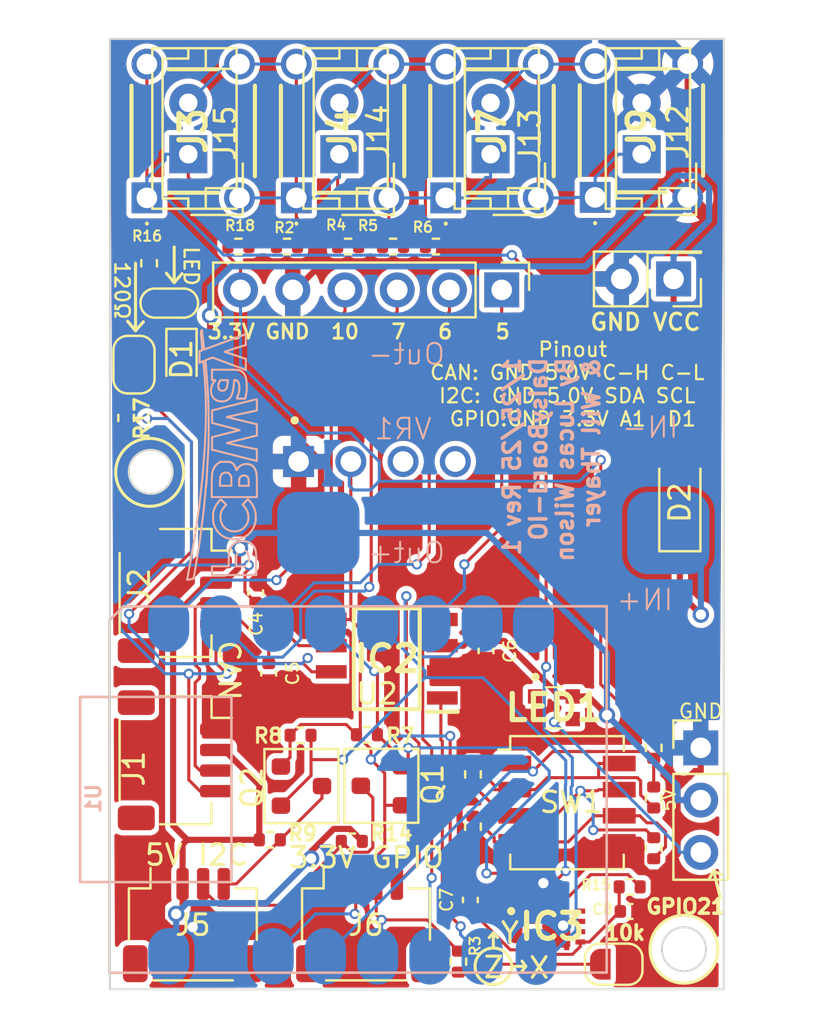
<source format=kicad_pcb>
(kicad_pcb (version 20240108) (generator "pcbnew") (generator_version "8.0")
  (layers (0 "F.Cu" signal) (31 "B.Cu" signal) (34 "B.Paste" user) (35 "F.Paste" user) (36 "B.SilkS" user "B.Silkscreen") (37 "F.SilkS" user "F.Silkscreen") (38 "B.Mask" user) (39 "F.Mask" user) (44 "Edge.Cuts" user))
  (net 0 "")
  (net 1 "GND")
  (net 2 "+24V")
  (net 3 "+5V")
  (net 4 "CANH")
  (net 5 "CANL")
  (net 6 "CANTX")
  (net 7 "+3.3V")
  (net 8 "CANRX")
  (net 9 "Net-(R1-Pad1)")
  (net 10 "DipV")
  (net 11 "Net-(R10-Pad1)")
  (net 12 "Net-(R11-Pad1)")
  (net 13 "GPIO_1")
  (net 14 "GPIO_A")
  (net 15 "SDA")
  (net 16 "SCL")
  (net 17 "GPIO_2")
  (net 18 "/SCL5")
  (net 19 "/SDA5")
  (net 22 "Net-(IC3-CS)")
  (net 28 "Net-(D1-K)")
  (net 29 "Net-(JP1-A)")
  (net 31 "Net-(D2-K)")
  (net 32 "Net-(JP2-A)")
  (net 33 "ButtonV")
  (net 34 "Net-(JP4-B)")
  (net 37 "GPIO7_SS")
  (net 38 "A5_GPIO5_MISO")
  (net 39 "GPIO6_MOSI")
  (net 40 "GPIO10")
  (net 41 "Net-(J14-Pin_1)")
  (net 42 "Net-(J13-Pin_1)")
  (net 43 "Net-(J12-Pin_1)")
  (footprint "Jst Connectors:JST_EH_B02B-EH-A_02x2.50mm_Straight" (layer "F.Cu") (at 95.8257 59.9294 90)
    (property "Reference" "J13")
    (property "Value" "Conn_01x02_Pin")
  )
  (footprint "Resistor_SMD:R_0402_1005Metric" (layer "F.Cu") (at 103.759 88.771 -90)
    (property "Reference" "R13" (hide yes))
    (property "Value" "10k")
  )
  (footprint "Connector_JST:JST_SH_SM04B-SRSS-TB_1x04-1MP_P1.00mm_Horizontal" (layer "F.Cu") (at 81.3502 97.3882)
    (property "Reference" "J5")
    (property "Value" "SM04B-SRSS-TB")
  )
  (footprint "Resistor_SMD:R_0402_1005Metric" (layer "F.Cu") (at 85.092 93.2434 180)
    (property "Reference" "R9")
    (property "Value" "10k")
  )
  (footprint "Resistor_SMD:R_0402_1005Metric" (layer "F.Cu") (at 88.9 64.4144 180)
    (property "Reference" "R4")
    (property "Value" "10k")
  )
  (footprint "Resistor_SMD:R_0402_1005Metric" (layer "F.Cu") (at 103.759 93.6518 90)
    (property "Reference" "R11" (hide yes))
    (property "Value" "4.7k")
  )
  (footprint "Connector_PinHeader_2.54mm:PinHeader_1x03_P2.54mm_Vertical" (layer "F.Cu") (at 106.045 88.773)
    (property "Reference" "J8" (hide yes))
    (property "Value" "Conn_01x03_Pin")
  )
  (footprint "SamacSys_Parts:TS026660BK160LCRD" (layer "F.Cu") (at 100.91 62.0268 90)
    (property "Reference" "J9")
    (property "Value" "TS02-66-60-BK-160-LCR-D" (hide yes))
  )
  (footprint "Resistor_SMD:R_0402_1005Metric" (layer "F.Cu") (at 93.1672 64.4144 180)
    (property "Reference" "R6")
    (property "Value" "2.2k")
  )
  (footprint "PCM_Package_TO_SOT_SMD_AKL:SOT-23" (layer "F.Cu") (at 86.63 90.6322)
    (property "Reference" "Q2")
    (property "Value" "BSS138" (hide yes))
  )
  (footprint "CutomParts:Jumper Connected 2 Pin Small" (layer "F.Cu") (at 80.264 67.1576)
    (property "Reference" "JP2" (hide yes))
    (property "Value" "SolderJumper_2_Open")
  )
  (footprint "Resistor_SMD:R_0402_1005Metric" (layer "F.Cu") (at 78.105 72.7456 90)
    (property "Reference" "R17")
    (property "Value" "120")
  )
  (footprint "SamacSys_Parts:LSM6DS3USTR" (layer "F.Cu") (at 99.0266 97.4574)
    (property "Reference" "IC3")
    (property "Value" "LSM6DS3TR-C" (hide yes))
  )
  (footprint "Resistor_SMD:R_0402_1005Metric" (layer "F.Cu") (at 89.0798 93.3196)
    (property "Reference" "R14")
    (property "Value" "10k")
  )
  (footprint "Jst Connectors:JST_EH_B02B-EH-A_02x2.50mm_Straight" (layer "F.Cu") (at 103.1748 59.9294 90)
    (property "Reference" "J12")
    (property "Value" "Conn_01x02_Pin")
  )
  (footprint "Connector_JST:JST_SH_SM04B-SRSS-TB_1x04-1MP_P1.00mm_Horizontal" (layer "F.Cu") (at 80.4738 81.25 -90)
    (property "Reference" "J2")
    (property "Value" "SM04B-SRSS-TB")
  )
  (footprint "Resistor_SMD:R_0402_1005Metric" (layer "F.Cu") (at 79.2226 65.2272 -90)
    (property "Reference" "R16")
    (property "Value" "1.5k")
  )
  (footprint "Resistor_SMD:R_0402_1005Metric" (layer "F.Cu") (at 83.566 64.4144)
    (property "Reference" "R18")
    (property "Value" "10k")
  )
  (footprint "LED_SMD:LED_0603_1608Metric" (layer "F.Cu") (at 80.7974 69.9008 -90)
    (property "Reference" "D1")
    (property "Value" "KT-0603R")
  )
  (footprint "Jst Connectors:JST_EH_B02B-EH-A_02x2.50mm_Straight" (layer "F.Cu") (at 81.1276 59.9294 90)
    (property "Reference" "J15")
    (property "Value" "Conn_01x02_Pin")
  )
  (footprint "Resistor_SMD:R_0402_1005Metric" (layer "F.Cu") (at 103.759 91.186 90)
    (property "Reference" "R1" (hide yes))
    (property "Value" "22k")
  )
  (footprint "Resistor_SMD:R_0402_1005Metric" (layer "F.Cu") (at 86.5866 88.1634 180)
    (property "Reference" "R8")
    (property "Value" "10k")
  )
  (footprint "PCM_Package_TO_SOT_SMD_AKL:SOT-23" (layer "F.Cu") (at 90.5162 90.617 180)
    (property "Reference" "Q1")
    (property "Value" "BSS138" (hide yes))
  )
  (footprint "SamacSys_Parts:SOIC127P600X175-8N" (layer "F.Cu") (at 90.7796 84.4448 180)
    (property "Reference" "IC2")
    (property "Value" "TJA1050T_CM" (hide yes))
  )
  (footprint "Capacitor_SMD:C_0402_1005Metric" (layer "F.Cu") (at 94.8436 96.1644 90)
    (property "Reference" "C7")
    (property "Value" "100nF 50V")
  )
  (footprint "SamacSys_Parts:TS026660BK160LCRD" (layer "F.Cu") (at 86.3812 62.0498 90)
    (property "Reference" "J4")
    (property "Value" "TS02-66-60-BK-160-LCR-D" (hide yes))
  )
  (footprint "Capacitor_SMD:C_0402_1005Metric" (layer "F.Cu") (at 102.616 96.7232)
    (property "Reference" "C8")
    (property "Value" "100nF 50V")
  )
  (footprint "Connector_PinHeader_2.54mm:PinHeader_1x06_P2.54mm_Vertical" (layer "F.Cu") (at 96.3676 66.5226 -90)
    (property "Reference" "J11" (hide yes))
    (property "Value" "Conn_01x06_Pin")
  )
  (footprint "SamacSys_Parts:TS026660BK160LCRD" (layer "F.Cu") (at 79.1168 62.0498 90)
    (property "Reference" "J3")
    (property "Value" "TS02-66-60-BK-160-LCR-D" (hide yes))
  )
  (footprint "CutomParts:MODULE_DM-OLED096-636" (layer "F.Cu") (at 90.302 86.3618)
    (property "Reference" "U2")
    (property "Value" "DM-OLED096-636" (hide yes))
  )
  (footprint "Resistor_SMD:R_0402_1005Metric" (layer "F.Cu") (at 94.2594 99.1616 90)
    (property "Reference" "R3")
    (property "Value" "10k 1%")
  )
  (footprint "Resistor_SMD:R_0402_1005Metric" (layer "F.Cu") (at 94.9706 92.6064 90)
    (property "Reference" "R12" (hide yes))
    (property "Value" "2.2k")
  )
  (footprint "Jumper:SolderJumper-2_P1.3mm_Open_RoundedPad1.0x1.5mm" (layer "F.Cu") (at 78.486 70.1548 90)
    (property "Reference" "JP1" (hide yes))
    (property "Value" "SolderJumper_2_Open")
  )
  (footprint "Resistor_SMD:R_0402_1005Metric" (layer "F.Cu") (at 85.9282 64.4144 180)
    (property "Reference" "R2")
    (property "Value" "22k")
  )
  (footprint "Connector_PinHeader_2.54mm:PinHeader_2x01_P2.54mm_Vertical" (layer "F.Cu") (at 104.7242 65.9892 180)
    (property "Reference" "J10" (hide yes))
    (property "Value" "Conn_01x02_Pin")
  )
  (footprint "Resistor_SMD:R_0402_1005Metric" (layer "F.Cu") (at 89.8144 88.138 180)
    (property "Reference" "R7")
    (property "Value" "10k")
  )
  (footprint "SamacSys_Parts:TS026660BK160LCRD" (layer "F.Cu") (at 93.6456 62.0522 90)
    (property "Reference" "J7")
    (property "Value" "TS02-66-60-BK-160-LCR-D" (hide yes))
  )
  (footprint "Resistor_SMD:R_0402_1005Metric" (layer "F.Cu") (at 91.0844 64.4144 180)
    (property "Reference" "R5")
    (property "Value" "4.7k")
  )
  (footprint "Capacitor_SMD:C_0402_1005Metric" (layer "F.Cu") (at 84.4042 81.2292 -90)
    (property "Reference" "C4")
    (property "Value" "30pF")
  )
  (footprint "Capacitor_SMD:C_0402_1005Metric" (layer "F.Cu") (at 95.6056 84.0638 -90)
    (property "Reference" "C6")
    (property "Value" "100nF 50V")
  )
  (footprint "Connector_JST:JST_SH_SM04B-SRSS-TB_1x04-1MP_P1.00mm_Horizontal" (layer "F.Cu") (at 80.4738 89.378 -90)
    (property "Reference" "J1")
    (property "Value" "SM04B-SRSS-TB")
  )
  (footprint "Resistor_SMD:R_0402_1005Metric" (layer "F.Cu") (at 102.5906 95.5294 180)
    (property "Reference" "R15")
    (property "Value" "10k")
  )
  (footprint "Capacitor_SMD:C_0402_1005Metric" (layer "F.Cu") (at 85.0392 85.151 -90)
    (property "Reference" "C5")
    (property "Value" "30pF")
  )
  (footprint "Connector_JST:JST_SH_SM04B-SRSS-TB_1x04-1MP_P1.00mm_Horizontal" (layer "F.Cu") (at 89.7696 97.3882)
    (property "Reference" "J6")
    (property "Value" "SM04B-SRSS-TB")
  )
  (footprint "Resistor_SMD:R_0402_1005Metric" (layer "F.Cu") (at 94.9706 90.0644 90)
    (property "Reference" "R10" (hide yes))
    (property "Value" "10k")
  )
  (footprint "Jumper:SolderJumper-2_P1.3mm_Open_RoundedPad1.0x1.5mm" (layer "F.Cu") (at 101.8136 99.2886 180)
    (property "Reference" "JP4" (hide yes))
    (property "Value" "SolderJumper_2_Open")
  )
  (footprint "Button_Switch_SMD:SW_DIP_SPSTx04_Slide_Copal_CHS-04A_W5.08mm_P1.27mm_JPin" (layer "F.Cu") (at 99.5426 91.44)
    (property "Reference" "SW1")
    (property "Value" "DSHP04TJGER")
  )
  (footprint "SamacSys_Parts:WS2812C2020" (layer "F.Cu") (at 98.907 86.826 180)
    (property "Reference" "LED1")
    (property "Value" "WS2812C-2020" (hide yes))
  )
  (footprint "Jst Connectors:JST_EH_B02B-EH-A_02x2.50mm_Straight" (layer "F.Cu") (at 88.4767 59.9294 90)
    (property "Reference" "J14")
    (property "Value" "Conn_01x02_Pin")
  )
  (footprint "Diode_SMD:D_SOD-123" (layer "F.Cu") (at 105.029 76.8604 90)
    (property "Reference" "D2")
    (property "Value" "SS34")
  )
  (footprint "Library:EY9 reg board" (layer "B.Cu") (at 95.8342 73.8886 180)
    (property "Reference" "VR1")
    (property "Value" "~")
  )
  (footprint "Arduino:ESP32-C3 16 Pin Super Mini" (layer "B.Cu") (at 98.2964 81.9039 -90)
    (property "Reference" "U1")
    (property "Value" "MOUDLE-SEEEDUINO-XIAO-ESP32C3")
  )
  (gr_line (start 84.408884 77.613086) (end 84.408144 77.54313) (stroke (width 0.1)) (layer "B.SilkS"))
  (gr_line (start 83.740404 74.119563) (end 83.464663 74.06249) (stroke (width 0.1)) (layer "B.SilkS"))
  (gr_arc (start 82.320998 71.079145) (mid 82.338824 71.049612) (end 82.358108 71.021009) (stroke (width 0.1)) (layer "B.SilkS"))
  (gr_line (start 81.427992 80.298806) (end 81.449861 80.17965) (stroke (width 0.1)) (layer "B.SilkS"))
  (gr_line (start 82.884544 69.056389) (end 81.914386 69.414148) (stroke (width 0.1)) (layer "B.SilkS"))
  (gr_line (start 82.134917 69.876039) (end 82.242271 69.834944) (stroke (width 0.1)) (layer "B.SilkS"))
  (gr_line (start 84.117678 76.7908) (end 84.046665 76.710954) (stroke (width 0.1)) (layer "B.SilkS"))
  (gr_line (start 81.449861 80.17965) (end 81.687586 78.727408) (stroke (width 0.1)) (layer "B.SilkS"))
  (gr_arc (start 82.836688 78.011278) (mid 82.801902 77.960099) (end 82.772059 77.905888) (stroke (width 0.1)) (layer "B.SilkS"))
  (gr_line (start 82.279077 80.16441) (end 82.279077 80.37777) (stroke (width 0.1)) (layer "B.SilkS"))
  (gr_arc (start 81.075113 80.609752) (mid 81.073805 80.607595) (end 81.073617 80.605075) (stroke (width 0.1)) (layer "B.SilkS"))
  (gr_line (start 81.93312 70.86801) (end 81.973568 71.617178) (stroke (width 0.1)) (layer "B.SilkS"))
  (gr_arc (start 83.833289 75.539225) (mid 83.869948 75.541582) (end 83.905958 75.548848) (stroke (width 0.1)) (layer "B.SilkS"))
  (gr_arc (start 83.495796 79.349118) (mid 83.512154 79.317931) (end 83.531908 79.288775) (stroke (width 0.1)) (layer "B.SilkS"))
  (gr_line (start 82.344372 77.345169) (end 82.338826 77.399527) (stroke (width 0.1)) (layer "B.SilkS"))
  (gr_line (start 81.749236 68.706855) (end 81.781752 69.099675) (stroke (width 0.1)) (layer "B.SilkS"))
  (gr_line (start 83.774948 72.001561) (end 83.361117 72.106108) (stroke (width 0.1)) (layer "B.SilkS"))
  (gr_line (start 81.787802 69.460776) (end 81.765996 69.469241) (stroke (width 0.1)) (layer "B.SilkS"))
  (gr_line (start 83.460143 79.69451) (end 83.465018 79.524764) (stroke (width 0.1)) (layer "B.SilkS"))
  (gr_line (start 82.284156 74.285068) (end 83.361117 74.557636) (stroke (width 0.1)) (layer "B.SilkS"))
  (gr_line (start 83.033157 72.689915) (end 83.221036 72.648875) (stroke (width 0.1)) (layer "B.SilkS"))
  (gr_line (start 84.43007 79.499995) (end 84.422473 79.360101) (stroke (width 0.1)) (layer "B.SilkS"))
  (gr_arc (start 84.440622 71.834632) (mid 84.445662 71.83369) (end 84.450777 71.833331) (stroke (width 0.1)) (layer "B.SilkS"))
  (gr_line (start 84.346259 72.406241) (end 84.394897 72.395556) (stroke (width 0.1)) (layer "B.SilkS"))
  (gr_line (start 83.361117 74.557636) (end 83.774959 74.662147) (stroke (width 0.1)) (layer "B.SilkS"))
  (gr_arc (start 82.824235 75.428063) (mid 82.87563 75.410347) (end 82.929316 75.401796) (stroke (width 0.1)) (layer "B.SilkS"))
  (gr_line (start 83.221036 72.648875) (end 83.432728 72.602904) (stroke (width 0.1)) (layer "B.SilkS"))
  (gr_arc (start 82.653397 70.970489) (mid 82.661729 70.957098) (end 82.670889 70.944259) (stroke (width 0.1)) (layer "B.SilkS"))
  (gr_line (start 83.423887 73.282421) (end 83.617779 73.334192) (stroke (width 0.1)) (layer "B.SilkS"))
  (gr_arc (start 83.597933 70.424344) (mid 83.640903 70.438646) (end 83.681889 70.457909) (stroke (width 0.1)) (layer "B.SilkS"))
  (gr_line (start 83.693823 70.32618) (end 83.918439 70.410259) (stroke (width 0.1)) (layer "B.SilkS"))
  (gr_arc (start 82.927654 71.919596) (mid 82.888689 71.928796) (end 82.849034 71.934306) (stroke (width 0.1)) (layer "B.SilkS"))
  (gr_arc (start 81.372669 80.550446) (mid 81.369057 80.553229) (end 81.364779 80.554813) (stroke (width 0.1)) (layer "B.SilkS"))
  (gr_line (start 83.924738 70.245389) (end 83.924997 70.142508) (stroke (width 0.1)) (layer "B.SilkS"))
  (gr_line (start 82.384307 75.160363) (end 82.35223 75.228067) (stroke (width 0.1)) (layer "B.SilkS"))
  (gr_line (start 81.828575 75.537069) (end 81.659439 77.052332) (stroke (width 0.1)) (layer "B.SilkS"))
  (gr_line (start 82.896702 70.40065) (end 82.279077 70.40065) (stroke (width 0.1)) (layer "B.SilkS"))
  (gr_line (start 83.42392 73.389722) (end 83.208293 73.444964) (stroke (width 0.1)) (layer "B.SilkS"))
  (gr_line (start 81.098842 80.458434) (end 81.085116 80.536363) (stroke (width 0.1)) (layer "B.SilkS"))
  (gr_line (start 81.085116 80.536363) (end 81.073617 80.605075) (stroke (width 0.1)) (layer "B.SilkS"))
  (gr_line (start 84.064465 75.87943) (end 84.069665 76.03945) (stroke (width 0.1)) (layer "B.SilkS"))
  (gr_arc (start 83.236611 78.969614) (mid 83.28276 78.916051) (end 83.335048 78.868464) (stroke (width 0.1)) (layer "B.SilkS"))
  (gr_arc (start 83.593449 78.7469) (mid 83.642646 78.738145) (end 83.692391 78.733416) (stroke (width 0.1)) (layer "B.SilkS"))
  (gr_line (start 84.052356 78.778198) (end 84.043849 78.775052) (stroke (width 0.1)) (layer "B.SilkS"))
  (gr_line (start 83.183301 75.535823) (end 83.218877 75.605564) (stroke (width 0.1)) (layer "B.SilkS"))
  (gr_arc (start 83.73797 75.025046) (mid 83.783846 75.00682) (end 83.831517 74.994003) (stroke (width 0.1)) (layer "B.SilkS"))
  (gr_arc (start 82.594109 71.102529) (mid 82.597423 71.087699) (end 82.601973 71.0732) (stroke (width 0.1)) (layer "B.SilkS"))
  (gr_line (start 84.057324 75.755142) (end 84.06161 75.81535) (stroke (width 0.1)) (layer "B.SilkS"))
  (gr_line (start 83.599877 75.887431) (end 83.600685 75.804178) (stroke (width 0.1)) (layer "B.SilkS"))
  (gr_line (start 83.222428 75.822507) (end 83.225978 76.03945) (stroke (width 0.1)) (layer "B.SilkS"))
  (gr_line (start 84.455606 75.606512) (end 84.447685 75.502158) (stroke (width 0.1)) (layer "B.SilkS"))
  (gr_line (start 82.118615 73.152598) (end 82.116225 72.525783) (stroke (width 0.1)) (layer "B.SilkS"))
  (gr_line (start 84.125498 74.750167) (end 84.440602 74.828986) (stroke (width 0.1)) (layer "B.SilkS"))
  (gr_line (start 83.36193 70.90357) (end 83.406857 70.906537) (stroke (width 0.1)) (layer "B.SilkS"))
  (gr_arc (start 83.996245 77.285071) (mid 84.019901 77.352947) (end 84.036372 77.422914) (stroke (width 0.1)) (layer "B.SilkS"))
  (gr_line (start 84.400446 77.376903) (end 84.394979 77.335775) (stroke (width 0.1)) (layer "B.SilkS"))
  (gr_arc (start 83.907217 68.678209) (mid 83.913457 68.678501) (end 83.917435 68.683297) (stroke (width 0.1)) (layer "B.SilkS"))
  (gr_line (start 83.205525 69.425608) (end 83.521323 69.325089) (stroke (width 0.1)) (layer "B.SilkS"))
  (gr_arc (start 83.501281 71.769709) (mid 83.503436 71.758681) (end 83.506403 71.747844) (stroke (width 0.1)) (layer "B.SilkS"))
  (gr_line (start 83.75973 79.951049) (end 83.455609 79.951049) (stroke (width 0.1)) (layer "B.SilkS"))
  (gr_arc (start 83.610016 71.233417) (mid 83.611814 71.303142) (end 83.608169 71.372795) (stroke (width 0.1)) (layer "B.SilkS"))
  (gr_line (start 83.770346 76.953572) (end 83.820818 77.012212) (stroke (width 0.1)) (layer "B.SilkS"))
  (gr_arc (start 82.707737 77.738673) (mid 82.700143 77.69978) (end 82.695489 77.660427) (stroke (width 0.1)) (layer "B.SilkS"))
  (gr_arc (start 84.077019 79.928648) (mid 84.075406 79.937114) (end 84.070624 79.944277) (stroke (width 0.1)) (layer "B.SilkS"))
  (gr_arc (start 83.502181 70.408114) (mid 83.55044 70.413968) (end 83.597933 70.424344) (stroke (width 0.1)) (layer "B.SilkS"))
  (gr_line (start 82.919157 74.876382) (end 82.690558 74.87613) (stroke (width 0.1)) (layer "B.SilkS"))
  (gr_arc (start 84.202004 75.041133) (mid 84.239653 75.065067) (end 84.273727 75.093864) (stroke (width 0.1)) (layer "B.SilkS"))
  (gr_arc (start 83.807821 70.557797) (mid 83.825636 70.58051) (end 83.842271 70.604101) (stroke (width 0.1)) (layer "B.SilkS"))
  (gr_line (start 82.107443 72.13293) (end 82.087084 71.66171) (stroke (width 0.1)) (layer "B.SilkS"))
  (gr_line (start 83.525974 71.685815) (end 83.51442 71.721021) (stroke (width 0.1)) (layer "B.SilkS"))
  (gr_line (start 83.977394 76.737115) (end 83.93596 76.77809) (stroke (width 0.1)) (layer "B.SilkS"))
  (gr_arc (start 83.595739 71.458223) (mid 83.585533 71.503469) (end 83.573152 71.548169) (stroke (width 0.1)) (layer "B.SilkS"))
  (gr_line (start 83.468442 75.263271) (end 83.462818 75.247687) (stroke (width 0.1)) (layer "B.SilkS"))
  (gr_arc (start 81.673718 70.054945) (mid 81.672828 70.055125) (end 81.671924 70.05521) (stroke (width 0.1)) (layer "B.SilkS"))
  (gr_line (start 82.694721 77.640653) (end 82.691721 77.56345) (stroke (width 0.1)) (layer "B.SilkS"))
  (gr_arc (start 83.731488 70.488214) (mid 83.752391 70.503568) (end 83.772159 70.520358) (stroke (width 0.1)) (layer "B.SilkS"))
  (gr_line (start 82.906502 69.522068) (end 83.205525 69.425608) (stroke (width 0.1)) (layer "B.SilkS"))
  (gr_line (start 81.740542 69.47886) (end 81.674558 69.503532) (stroke (width 0.1)) (layer "B.SilkS"))
  (gr_line (start 84.077046 79.928648) (end 84.077019 79.928648) (stroke (width 0.1)) (layer "B.SilkS"))
  (gr_arc (start 83.599975 71.124928) (mid 83.605319 71.15971) (end 83.608617 71.194745) (stroke (width 0.1)) (layer "B.SilkS"))
  (gr_line (start 83.464663 74.06249) (end 83.231477 74.013418) (stroke (width 0.1)) (layer "B.SilkS"))
  (gr_line (start 82.952155 73.50961) (end 82.284157 73.67725) (stroke (width 0.1)) (layer "B.SilkS"))
  (gr_arc (start 83.539392 78.239865) (mid 83.495426 78.248754) (end 83.450794 78.253224) (stroke (width 0.1)) (layer "B.SilkS"))
  (gr_arc (start 82.348294 77.818618) (mid 82.341393 77.774852) (end 82.33858 77.730635) (stroke (width 0.1)) (layer "B.SilkS"))
  (gr_line (start 83.218877 75.605564) (end 83.222428 75.822507) (stroke (width 0.1)) (layer "B.SilkS"))
  (gr_line (start 84.461957 74.69338) (end 84.461098 74.548823) (stroke (width 0.1)) (layer "B.SilkS"))
  (gr_line (start 82.429573 70.932697) (end 82.416305 70.949111) (stroke (width 0.1)) (layer "B.SilkS"))
  (gr_arc (start 83.580656 79.240085) (mid 83.597092 79.226623) (end 83.614654 79.214668) (stroke (width 0.1)) (layer "B.SilkS"))
  (gr_arc (start 83.936076 70.827509) (mid 83.955571 70.936919) (end 83.96385 71.047743) (stroke (width 0.1)) (layer "B.SilkS"))
  (gr_line (start 81.392281 80.49403) (end 81.408632 80.404533) (stroke (width 0.1)) (layer "B.SilkS"))
  (gr_line (start 84.461631 75.810258) (end 84.455606 75.606512) (stroke (width 0.1)) (layer "B.SilkS"))
  (gr_line (start 83.225243 73.907787) (end 83.458499 73.847764) (stroke (width 0.1)) (layer "B.SilkS"))
  (gr_arc (start 83.89791 70.708273) (mid 83.919458 70.767102) (end 83.936076 70.827509) (stroke (width 0.1)) (layer "B.SilkS"))
  (gr_line (start 83.548147 79.269945) (end 83.569873 79.2491) (stroke (width 0.1)) (layer "B.SilkS"))
  (gr_arc (start 83.700223 75.575396) (mid 83.729242 75.559428) (end 83.760524 75.548538) (stroke (width 0.1)) (layer "B.SilkS"))
  (gr_line (start 82.335681 77.57869) (end 82.336939 77.700365) (stroke (width 0.1)) (layer "B.SilkS"))
  (gr_line (start 83.970576 71.310605) (end 83.971216 71.233548) (stroke (width 0.1)) (layer "B.SilkS"))
  (gr_line (start 84.458397 73.048321) (end 83.747197 72.879508) (stroke (width 0.1)) (layer "B.SilkS"))
  (gr_arc (start 83.161681 79.09452) (mid 83.195692 79.029994) (end 83.236611 78.969614) (stroke (width 0.1)) (layer "B.SilkS"))
  (gr_line (start 84.407964 77.72862) (end 84.408737 77.676162) (stroke (width 0.1)) (layer "B.SilkS"))
  (gr_arc (start 84.121183 78.808916) (mid 84.13324 78.815266) (end 84.144978 78.822188) (stroke (width 0.1)) (layer "B.SilkS"))
  (gr_line (start 82.440354 70.918589) (end 82.429573 70.932697) (stroke (width 0.1)) (layer "B.SilkS"))
  (gr_arc (start 84.013431 77.808473) (mid 83.998229 77.8464) (end 83.981085 77.88349) (stroke (width 0.1)) (layer "B.SilkS"))
  (gr_line (start 83.694894 71.80273) (end 83.893734 71.80273) (stroke (width 0.1)) (layer "B.SilkS"))
  (gr_line (start 83.462818 75.247687) (end 83.457334 75.229156) (stroke (width 0.1)) (layer "B.SilkS"))
  (gr_line (start 83.050094 70.94167) (end 83.048882 70.960472) (stroke (width 0.1)) (layer "B.SilkS"))
  (gr_line (start 83.51442 71.721021) (end 83.506403 71.747844) (stroke (width 0.1)) (layer "B.SilkS"))
  (gr_line (start 82.33858 77.730635) (end 82.340498 77.76601) (stroke (width 0.1)) (layer "B.SilkS"))
  (gr_line (start 82.279077 80.37777) (end 83.356037 80.37777) (stroke (width 0.1)) (layer "B.SilkS"))
  (gr_arc (start 83.609708 75.716237) (mid 83.614373 75.698453) (end 83.620226 75.681024) (stroke (width 0.1)) (layer "B.SilkS"))
  (gr_line (start 83.922867 70.409485) (end 83.923937 70.331996) (stroke (width 0.1)) (layer "B.SilkS"))
  (gr_line (start 83.416943 69.704572) (end 83.221832 69.639014) (stroke (width 0.1)) (layer "B.SilkS"))
  (gr_arc (start 83.677231 78.188693) (mid 83.60967 78.217938) (end 83.539392 78.239865) (stroke (width 0.1)) (layer "B.SilkS"))
  (gr_line (start 83.151767 70.12271) (end 83.445743 70.233178) (stroke (width 0.1)) (layer "B.SilkS"))
  (gr_arc (start 83.531908 79.288775) (mid 83.539745 79.279117) (end 83.548147 79.269945) (stroke (width 0.1)) (layer "B.SilkS"))
  (gr_arc (start 84.260873 78.920604) (mid 84.288657 78.950792) (end 84.31507 78.982187) (stroke (width 0.1)) (layer "B.SilkS"))
  (gr_line (start 82.116225 72.525783) (end 82.107443 72.13293) (stroke (width 0.1)) (layer "B.SilkS"))
  (gr_line (start 81.743409 68.606378) (end 81.749236 68.706855) (stroke (width 0.1)) (layer "B.SilkS"))
  (gr_arc (start 83.096147 71.827754) (mid 83.057434 71.857619) (end 83.015841 71.883322) (stroke (width 0.1)) (layer "B.SilkS"))
  (gr_arc (start 82.707521 76.71001) (mid 82.711139 76.710651) (end 82.714271 76.712564) (stroke (width 0.1)) (layer "B.SilkS"))
  (gr_arc (start 82.849034 71.934306) (mid 82.799403 71.937602) (end 82.74967 71.938442) (stroke (width 0.1)) (layer "B.SilkS"))
  (gr_line (start 82.284157 72.682076) (end 82.284157 72.985388) (stroke (width 0.1)) (layer "B.SilkS"))
  (gr_arc (start 83.922867 70.409485) (mid 83.922367 70.410399) (end 83.921388 70.410809) (stroke (width 0.1)) (layer "B.SilkS"))
  (gr_line (start 81.408632 80.404533) (end 81.427992 80.298806) (stroke (width 0.1)) (layer "B.SilkS"))
  (gr_line (start 82.349105 77.822039) (end 82.363497 77.882765) (stroke (width 0.1)) (layer "B.SilkS"))
  (gr_line (start 82.270531 75.797588) (end 82.268918 76.111647) (stroke (width 0.1)) (layer "B.SilkS"))
  (gr_arc (start 81.081923 80.611989) (mid 81.078242 80.611695) (end 81.075113 80.609752) (stroke (width 0.1)) (layer "B.SilkS"))
  (gr_line (start 81.959031 69.944339) (end 82.134917 69.876039) (stroke (width 0.1)) (layer "B.SilkS"))
  (gr_arc (start 82.74967 71.938442) (mid 82.700423 71.936834) (end 82.651316 71.932795) (stroke (width 0.1)) (layer "B.SilkS"))
  (gr_arc (start 83.969182 75.577539) (mid 83.995314 75.598184) (end 84.017619 75.622914) (stroke (width 0.1)) (layer "B.SilkS"))
  (gr_line (start 84.463477 72.380221) (end 84.463477 72.106716) (stroke (width 0.1)) (layer "B.SilkS"))
  (gr_arc (start 83.772159 70.520358) (mid 83.79065 70.538449) (end 83.807821 70.557797) (stroke (width 0.1)) (layer "B.SilkS"))
  (gr_arc (start 82.289356 71.141693) (mid 82.304405 71.110028) (end 82.320998 71.079145) (stroke (width 0.1)) (layer "B.SilkS"))
  (gr_line (start 83.501281 71.769709) (end 83.496054 71.80273) (stroke (width 0.1)) (layer "B.SilkS"))
  (gr_line (start 84.067722 79.557511) (end 84.074038 79.692098) (stroke (width 0.1)) (layer "B.SilkS"))
  (gr_arc (start 83.48025 75.275651) (mid 83.4787 75.276945) (end 83.476737 75.27744) (stroke (width 0.1)) (layer "B.SilkS"))
  (gr_line (start 83.089226 79.951049) (end 82.684152 79.95105) (stroke (width 0.1)) (layer "B.SilkS"))
  (gr_arc (start 82.904448 69.527747) (mid 82.90407 69.524386) (end 82.906502 69.522068) (stroke (width 0.1)) (layer "B.SilkS"))
  (gr_arc (start 83.033132 72.708749) (mid 83.026907 72.707042) (end 83.0208 72.704954) (stroke (width 0.1)) (layer "B.SilkS"))
  (gr_line (start 83.834772 76.03945) (end 83.599876 76.03945) (stroke (width 0.1)) (layer "B.SilkS"))
  (gr_arc (start 83.015841 71.883322) (mid 82.972758 71.903915) (end 82.927654 71.919596) (stroke (width 0.1)) (layer "B.SilkS"))
  (gr_line (start 83.521323 69.325089) (end 83.861497 69.219271) (stroke (width 0.1)) (layer "B.SilkS"))
  (gr_arc (start 83.335048 78.868464) (mid 83.39277 78.827486) (end 83.455013 78.79377) (stroke (width 0.1)) (layer "B.SilkS"))
  (gr_arc (start 83.737519 79.184346) (mid 83.786251 79.184364) (end 83.834885 79.187438) (stroke (width 0.1)) (layer "B.SilkS"))
  (gr_arc (start 84.014946 79.310322) (mid 84.029997 79.337905) (end 84.041357 79.367202) (stroke (width 0.1)) (layer "B.SilkS"))
  (gr_arc (start 83.221078 78.242701) (mid 83.177103 78.234172) (end 83.134197 78.221299) (stroke (width 0.1)) (layer "B.SilkS"))
  (gr_arc (start 82.694721 77.640653) (mid 82.692512 77.527051) (end 82.704082 77.414019) (stroke (width 0.1)) (layer "B.SilkS"))
  (gr_line (start 83.903739 71.76463) (end 83.918453 71.700611) (stroke (width 0.1)) (layer "B.SilkS"))
  (gr_arc (start 83.569329 75.147405) (mid 83.606772 75.11094) (end 83.647545 75.078241) (stroke (width 0.1)) (layer "B.SilkS"))
  (gr_arc (start 82.787077 71.421411) (mid 82.742007 71.418064) (end 82.698026 71.407665) (stroke (width 0.1)) (layer "B.SilkS"))
  (gr_line (start 82.107282 74.17001) (end 82.116133 73.779151) (stroke (width 0.1)) (layer "B.SilkS"))
  (gr_line (start 84.013297 76.703233) (end 83.977394 76.737115) (stroke (width 0.1)) (layer "B.SilkS"))
  (gr_arc (start 82.300524 71.694837) (mid 82.273043 71.641021) (end 82.252232 71.584291) (stroke (width 0.1)) (layer "B.SilkS"))
  (gr_line (start 82.687515 76.719031) (end 82.68754 76.719052) (stroke (width 0.1)) (layer "B.SilkS"))
  (gr_line (start 84.457881 74.82445) (end 84.460616 74.772785) (stroke (width 0.1)) (layer "B.SilkS"))
  (gr_arc (start 83.692391 78.733416) (mid 83.75162 78.731676) (end 83.810862 78.73285) (stroke (width 0.1)) (layer "B.SilkS"))
  (gr_line (start 83.045438 70.994864) (end 83.040949 71.035031) (stroke (width 0.1)) (layer "B.SilkS"))
  (gr_line (start 83.93596 76.77809) (end 83.889366 76.826712) (stroke (width 0.1)) (layer "B.SilkS"))
  (gr_arc (start 82.233537 71.398762) (mid 82.236557 71.346738) (end 82.24254 71.294971) (stroke (width 0.1)) (layer "B.SilkS"))
  (gr_line (start 83.968603 71.378563) (end 83.970576 71.310605) (stroke (width 0.1)) (layer "B.SilkS"))
  (gr_arc (start 82.704082 77.414019) (mid 82.71864 77.348387) (end 82.740376 77.28477) (stroke (width 0.1)) (layer "B.SilkS"))
  (gr_arc (start 81.379262 80.541668) (mid 81.376197 80.546231) (end 81.372669 80.550446) (stroke (width 0.1)) (layer "B.SilkS"))
  (gr_line (start 84.43291 79.90787) (end 84.43007 79.499995) (stroke (width 0.1)) (layer "B.SilkS"))
  (gr_line (start 81.659439 77.052332) (end 81.424345 78.644844) (stroke (width 0.1)) (layer "B.SilkS"))
  (gr_arc (start 84.188286 76.87741) (mid 84.238614 76.949218) (end 84.28245 77.025163) (stroke (width 0.1)) (layer "B.SilkS"))
  (gr_arc (start 84.338356 75.169898) (mid 84.366764 75.214983) (end 84.390949 75.262467) (stroke (width 0.1)) (layer "B.SilkS"))
  (gr_arc (start 83.831517 74.994003) (mid 83.878939 74.986273) (end 83.926853 74.982695) (stroke (width 0.1)) (layer "B.SilkS"))
  (gr_arc (start 84.394296 79.149451) (mid 84.414669 79.253935) (end 84.422473 79.360101) (stroke (width 0.1)) (layer "B.SilkS"))
  (gr_line (start 82.087084 71.66171) (end 82.06161 71.210262) (stroke (width 0.1)) (layer "B.SilkS"))
  (gr_line (start 83.040949 71.035031) (end 83.037555 71.06255) (stroke (width 0.1)) (layer "B.SilkS"))
  (gr_line (start 83.965292 71.42173) (end 83.968603 71.378563) (stroke (width 0.1)) (layer "B.SilkS"))
  (gr_line (start 82.968883 76.956203) (end 82.843337 76.833106) (stroke (width 0.1)) (layer "B.SilkS"))
  (gr_line (start 81.806793 69.453252) (end 81.787802 69.460776) (stroke (width 0.1)) (layer "B.SilkS"))
  (gr_arc (start 84.021899 76.69985) (mid 84.035478 76.702733) (end 84.046665 76.710954) (stroke (width 0.1)) (layer "B.SilkS"))
  (gr_arc (start 84.384549 77.288754) (mid 84.394396 77.332486) (end 84.400446 77.376903) (stroke (width 0.1)) (layer "B.SilkS"))
  (gr_line (start 84.463794 73.596035) (end 84.461096 73.322178) (stroke (width 0.1)) (layer "B.SilkS"))
  (gr_arc (start 83.760524 75.548538) (mid 83.796619 75.541636) (end 83.833289 75.539225) (stroke (width 0.1)) (layer "B.SilkS"))
  (gr_line (start 82.276376 75.601488) (end 82.270531 75.797588) (stroke (width 0.1)) (layer "B.SilkS"))
  (gr_line (start 83.458499 73.847764) (end 83.736822 73.777662) (stroke (width 0.1)) (layer "B.SilkS"))
  (gr_arc (start 82.740376 77.28477) (mid 82.77024 77.220799) (end 82.806564 77.160263) (stroke (width 0.1)) (layer "B.SilkS"))
  (gr_line (start 82.910019 77.024597) (end 82.968883 76.956203) (stroke (width 0.1)) (layer "B.SilkS"))
  (gr_line (start 83.01706 73.962128) (end 83.225243 73.907787) (stroke (width 0.1)) (layer "B.SilkS"))
  (gr_arc (start 84.034514 77.737026) (mid 84.025198 77.773111) (end 84.013431 77.808473) (stroke (width 0.1)) (layer "B.SilkS"))
  (gr_line (start 82.855459 70.011315) (end 83.151767 70.12271) (stroke (width 0.1)) (layer "B.SilkS"))
  (gr_line (start 81.829917 69.995304) (end 81.855992 69.986119) (stroke (width 0.1)) (layer "B.SilkS"))
  (gr_line (start 84.121183 78.808916) (end 84.088263 78.793391) (stroke (width 0.1)) (layer "B.SilkS"))
  (gr_arc (start 83.602252 75.777612) (mid 83.604419 75.746735) (end 83.609708 75.716237) (stroke (width 0.1)) (layer "B.SilkS"))
  (gr_line (start 83.573152 71.548169) (end 83.538671 71.65033) (stroke (width 0.1)) (layer "B.SilkS"))
  (gr_line (start 84.461096 73.322178) (end 84.458397 73.048321) (stroke (width 0.1)) (layer "B.SilkS"))
  (gr_line (start 81.700478 70.044769) (end 81.730327 70.033292) (stroke (width 0.1)) (layer "B.SilkS"))
  (gr_line (start 81.846733 68.94269) (end 81.828276 68.784787) (stroke (width 0.1)) (layer "B.SilkS"))
  (gr_line (start 82.116133 73.779151) (end 82.118615 73.152598) (stroke (width 0.1)) (layer "B.SilkS"))
  (gr_line (start 84.408737 77.676162) (end 84.408884 77.613086) (stroke (width 0.1)) (layer "B.SilkS"))
  (gr_line (start 82.360357 70.90865) (end 82.391522 70.909086) (stroke (width 0.1)) (layer "B.SilkS"))
  (gr_arc (start 83.620123 73.33689) (mid 83.619562 73.3385) (end 83.618142 73.339479) (stroke (width 0.1)) (layer "B.SilkS"))
  (gr_arc (start 82.252232 71.584291) (mid 82.242198 71.543284) (end 82.23643 71.501463) (stroke (width 0.1)) (layer "B.SilkS"))
  (gr_arc (start 83.929299 79.221083) (mid 83.952221 79.238954) (end 83.973598 79.258648) (stroke (width 0.1)) (layer "B.SilkS"))
  (gr_line (start 83.231477 74.013418) (end 83.022203 73.968895) (stroke (width 0.1)) (layer "B.SilkS"))
  (gr_line (start 83.455609 79.951049) (end 83.460143 79.69451) (stroke (width 0.1)) (layer "B.SilkS"))
  (gr_line (start 83.861497 69.219271) (end 83.924997 69.199722) (stroke (width 0.1)) (layer "B.SilkS"))
  (gr_line (start 81.987859 72.364181) (end 81.976186 73.15765) (stroke (width 0.1)) (layer "B.SilkS"))
  (gr_line (start 83.339357 70.401773) (end 82.896702 70.40065) (stroke (width 0.1)) (layer "B.SilkS"))
  (gr_arc (start 83.010597 72.699197) (mid 83.010996 72.697852) (end 83.012096 72.697006) (stroke (width 0.1)) (layer "B.SilkS"))
  (gr_arc (start 82.291648 69.819051) (mid 82.305989 69.816432) (end 82.320557 69.81588) (stroke (width 0.1)) (layer "B.SilkS"))
  (gr_line (start 82.416305 70.949111) (end 82.400554 70.967445) (stroke (width 0.1)) (layer "B.SilkS"))
  (gr_line (start 81.765996 69.469241) (end 81.740542 69.47886) (stroke (width 0.1)) (layer "B.SilkS"))
  (gr_arc (start 84.457881 74.82445) (mid 84.455487 74.828669) (end 84.450938 74.830307) (stroke (width 0.1)) (layer "B.SilkS"))
  (gr_line (start 82.794472 76.785923) (end 82.751652 76.74617) (stroke (width 0.1)) (layer "B.SilkS"))
  (gr_line (start 82.687515 76.719031) (end 82.625347 76.790026) (stroke (width 0.1)) (layer "B.SilkS"))
  (gr_arc (start 83.164409 74.88672) (mid 83.185162 74.892448) (end 83.205435 74.899695) (stroke (width 0.1)) (layer "B.SilkS"))
  (gr_arc (start 82.320557 69.81588) (mid 82.33499 69.817518) (end 82.348978 69.82143) (stroke (width 0.1)) (layer "B.SilkS"))
  (gr_line (start 81.880233 69.232132) (end 81.846733 68.94269) (stroke (width 0.1)) (layer "B.SilkS"))
  (gr_line (start 84.076735 79.817066) (end 84.077046 79.928648) (stroke (width 0.1)) (layer "B.SilkS"))
  (gr_arc (start 83.465018 79.524764) (mid 83.468192 79.469033) (end 83.47574 79.413724) (stroke (width 0.1)) (layer "B.SilkS"))
  (gr_line (start 84.323469 77.110907) (end 84.285427 77.03036) (stroke (width 0.1)) (layer "B.SilkS"))
  (gr_line (start 81.765236 70.019666) (end 81.800129 70.006221) (stroke (width 0.1)) (layer "B.SilkS"))
  (gr_line (start 83.094562 79.64371) (end 83.089226 79.951049) (stroke (width 0.1)) (layer "B.SilkS"))
  (gr_line (start 81.687586 78.727408) (end 81.881101 77.198311) (stroke (width 0.1)) (layer "B.SilkS"))
  (gr_arc (start 84.426884 75.364466) (mid 84.440799 75.432781) (end 84.447685 75.502158) (stroke (width 0.1)) (layer "B.SilkS"))
  (gr_line (start 83.056825 69.582654) (end 82.909459 69.531759) (stroke (width 0.1)) (layer "B.SilkS"))
  (gr_line (start 82.575441 74.944691) (end 82.514541 74.99689) (stroke (width 0.1)) (layer "B.SilkS"))
  (gr_line (start 81.673718 70.054945) (end 81.700478 70.044769) (stroke (width 0.1)) (layer "B.SilkS"))
  (gr_line (start 81.670759 69.974182) (end 81.670795 70.05411) (stroke (width 0.1)) (layer "B.SilkS"))
  (gr_arc (start 83.205435 74.899695) (mid 83.245597 74.919872) (end 83.281784 74.946529) (stroke (width 0.1)) (layer "B.SilkS"))
  (gr_line (start 82.391522 70.909086) (end 82.417761 70.91043) (stroke (width 0.1)) (layer "B.SilkS"))
  (gr_arc (start 81.855992 69.986119) (mid 81.857215 69.986066) (end 81.858287 69.986646) (stroke (width 0.1)) (layer "B.SilkS"))
  (gr_arc (start 84.017619 75.622914) (mid 84.035085 75.650664) (end 84.047457 75.681032) (stroke (width 0.1)) (layer "B.SilkS"))
  (gr_line (start 84.440622 71.834632) (end 84.125451 71.91351) (stroke (width 0.1)) (layer "B.SilkS"))
  (gr_line (start 82.843337 76.833106) (end 82.794472 76.785923) (stroke (width 0.1)) (layer "B.SilkS"))
  (gr_line (start 82.37702 69.831716) (end 82.599764 69.915292) (stroke (width 0.1)) (layer "B.SilkS"))
  (gr_line (start 83.937422 71.599989) (end 83.954932 71.49708) (stroke (width 0.1)) (layer "B.SilkS"))
  (gr_arc (start 83.925703 77.151196) (mid 83.964236 77.216415) (end 83.996245 77.285071) (stroke (width 0.1)) (layer "B.SilkS"))
  (gr_line (start 83.502181 70.408114) (end 83.339357 70.401773) (stroke (width 0.1)) (layer "B.SilkS"))
  (gr_arc (start 82.590278 71.147213) (mid 82.591172 71.124783) (end 82.594109 71.102529) (stroke (width 0.1)) (layer "B.SilkS"))
  (gr_arc (start 82.344372 77.345169) (mid 82.34855 77.319585) (end 82.353856 77.29421) (stroke (width 0.1)) (layer "B.SilkS"))
  (gr_arc (start 82.885973 71.401176) (mid 82.837526 71.416186) (end 82.787077 71.421411) (stroke (width 0.1)) (layer "B.SilkS"))
  (gr_line (start 84.074038 79.692098) (end 84.076735 79.817066) (stroke (width 0.1)) (layer "B.SilkS"))
  (gr_line (start 84.156947 72.447071) (end 84.346259 72.406241) (stroke (width 0.1)) (layer "B.SilkS"))
  (gr_line (start 84.072331 78.78665) (end 84.052356 78.778198) (stroke (width 0.1)) (layer "B.SilkS"))
  (gr_line (start 83.918453 71.700611) (end 83.937422 71.599989) (stroke (width 0.1)) (layer "B.SilkS"))
  (gr_arc (start 84.273727 75.093864) (mid 84.307882 75.130316) (end 84.338356 75.169898) (stroke (width 0.1)) (layer "B.SilkS"))
  (gr_arc (start 83.834885 79.187438) (mid 83.861032 79.191545) (end 83.886488 79.198796) (stroke (width 0.1)) (layer "B.SilkS"))
  (gr_line (start 83.970236 71.15757) (end 83.96385 71.047743) (stroke (width 0.1)) (layer "B.SilkS"))
  (gr_arc (start 82.456036 77.028276) (mid 82.499595 76.955803) (end 82.548537 76.88685) (stroke (width 0.1)) (layer "B.SilkS"))
  (gr_arc (start 82.373842 71.790805) (mid 82.334298 71.745025) (end 82.300524 71.694837) (stroke (width 0.1)) (layer "B.SilkS"))
  (gr_line (start 82.268918 76.111647) (end 82.268918 76.58809) (stroke (width 0.1)) (layer "B.SilkS"))
  (gr_arc (start 84.036372 77.422914) (mid 84.046521 77.497959) (end 84.049941 77.57361) (stroke (width 0.1)) (layer "B.SilkS"))
  (gr_arc (start 81.792951 68.507667) (mid 81.795164 68.51829) (end 81.796802 68.529017) (stroke (width 0.1)) (layer "B.SilkS"))
  (gr_arc (start 83.647545 75.078241) (mid 83.691479 75.049469) (end 83.73797 75.025046) (stroke (width 0.1)) (layer "B.SilkS"))
  (gr_line (start 82.284157 72.378764) (end 82.284157 72.682076) (stroke (width 0.1)) (layer "B.SilkS"))
  (gr_line (start 83.500456 75.245605) (end 83.4897 75.262275) (stroke (width 0.1)) (layer "B.SilkS"))
  (gr_line (start 82.874643 70.90865) (end 83.051237 70.90865) (stroke (width 0.1)) (layer "B.SilkS"))
  (gr_arc (start 83.037555 71.06255) (mid 83.023799 71.153103) (end 83.004185 71.242571) (stroke (width 0.1)) (layer "B.SilkS"))
  (gr_arc (start 82.698026 71.407665) (mid 82.664557 71.391489) (end 82.636829 71.366728) (stroke (width 0.1)) (layer "B.SilkS"))
  (gr_arc (start 81.74693 68.553886) (mid 81.752452 68.533517) (end 81.761774 68.514584) (stroke (width 0.1)) (layer "B.SilkS"))
  (gr_arc (start 83.016412 78.167869) (mid 82.965215 78.135644) (end 82.917608 78.098318) (stroke (width 0.1)) (layer "B.SilkS"))
  (gr_line (start 83.681158 72.549398) (end 83.933319 72.495217) (stroke (width 0.1)) (layer "B.SilkS"))
  (gr_arc (start 81.671924 70.05521) (mid 81.671159 70.054893) (end 81.670795 70.05411) (stroke (width 0.1)) (layer "B.SilkS"))
  (gr_line (start 81.424345 78.644844) (end 81.116085 80.366837) (stroke (width 0.1)) (layer "B.SilkS"))
  (gr_line (start 83.923937 70.331996) (end 83.924738 70.245389) (stroke (width 0.1)) (layer "B.SilkS"))
  (gr_arc (start 83.012014 72.701367) (mid 83.01099 72.700489) (end 83.010597 72.699197) (stroke (width 0.1)) (layer "B.SilkS"))
  (gr_arc (start 83.406857 70.906537) (mid 83.431849 70.90966) (end 83.456304 70.915682) (stroke (width 0.1)) (layer "B.SilkS"))
  (gr_line (start 84.405745 77.44993) (end 84.40165 77.385957) (stroke (width 0.1)) (layer "B.SilkS"))
  (gr_line (start 81.308469 80.568369) (end 81.364779 80.554813) (stroke (width 0.1)) (layer "B.SilkS"))
  (gr_line (start 83.600685 75.804178) (end 83.602252 75.777612) (stroke (width 0.1)) (layer "B.SilkS"))
  (gr_line (start 84.46339 76.12327) (end 84.461631 75.810258) (stroke (width 0.1)) (layer "B.SilkS"))
  (gr_arc (start 83.134197 78.221299) (mid 83.07418 78.197062) (end 83.016412 78.167869) (stroke (width 0.1)) (layer "B.SilkS"))
  (gr_arc (start 83.016155 72.695383) (mid 83.024524 72.692237) (end 83.033157 72.689915) (stroke (width 0.1)) (layer "B.SilkS"))
  (gr_line (start 82.665158 76.03945) (end 82.665674 75.93531) (stroke (width 0.1)) (layer "B.SilkS"))
  (gr_line (start 83.774959 74.662147) (end 84.125498 74.750167) (stroke (width 0.1)) (layer "B.SilkS"))
  (gr_arc (start 83.022203 73.968895) (mid 83.018938 73.967665) (end 83.016129 73.96559) (stroke (width 0.1)) (layer "B.SilkS"))
  (gr_line (start 83.295226 71.444542) (end 83.321809 71.291462) (stroke (width 0.1)) (layer "B.SilkS"))
  (gr_line (start 84.432997 80.37777) (end 84.43291 79.90787) (stroke (width 0.1)) (layer "B.SilkS"))
  (gr_line (start 83.889366 76.826712) (end 83.770346 76.953572) (stroke (width 0.1)) (layer "B.SilkS"))
  (gr_arc (start 83.56148 71.010274) (mid 83.57413 71.037701) (end 83.584764 71.065972) (stroke (width 0.1)) (layer "B.SilkS"))
  (gr_arc (start 82.748725 77.853291) (mid 82.724987 77.797142) (end 82.707737 77.738673) (stroke (width 0.1)) (layer "B.SilkS"))
  (gr_line (start 84.461098 74.548823) (end 84.458397 74.267236) (stroke (width 0.1)) (layer "B.SilkS"))
  (gr_arc (start 82.929316 75.401796) (mid 82.973007 75.400858) (end 83.016575 75.404261) (stroke (width 0.1)) (layer "B.SilkS"))
  (gr_line (start 83.599876 76.03945) (end 83.599877 75.887431) (stroke (width 0.1)) (layer "B.SilkS"))
  (gr_line (start 82.684152 79.95105) (end 82.279077 79.95105) (stroke (width 0.1)) (layer "B.SilkS"))
  (gr_arc (start 82.287394 75.464552) (mid 82.295058 75.411345) (end 82.306079 75.35873) (stroke (width 0.1)) (layer "B.SilkS"))
  (gr_arc (start 82.720374 78.427573) (mid 82.638414 78.355388) (end 82.56472 78.274783) (stroke (width 0.1)) (layer "B.SilkS"))
  (gr_arc (start 83.614654 79.214668) (mid 83.630288 79.205536) (end 83.646361 79.197202) (stroke (width 0.1)) (layer "B.SilkS"))
  (gr_line (start 81.938253 74.04809) (end 81.828575 75.537069) (stroke (width 0.1)) (layer "B.SilkS"))
  (gr_arc (start 84.041357 79.367202) (mid 84.051245 79.40462) (end 84.057595 79.442799) (stroke (width 0.1)) (layer "B.SilkS"))
  (gr_arc (start 82.651316 71.932795) (mid 82.613387 71.926735) (end 82.576276 71.916826) (stroke (width 0.1)) (layer "B.SilkS"))
  (gr_line (start 83.924997 68.935499) (end 83.924595 68.772254) (stroke (width 0.1)) (layer "B.SilkS"))
  (gr_arc (start 82.414954 75.108626) (mid 82.447463 75.065954) (end 82.484578 75.027222) (stroke (width 0.1)) (layer "B.SilkS"))
  (gr_line (start 82.671292 75.772079) (end 82.673451 75.73942) (stroke (width 0.1)) (layer "B.SilkS"))
  (gr_line (start 84.356444 77.196891) (end 84.323469 77.110907) (stroke (width 0.1)) (layer "B.SilkS"))
  (gr_line (start 83.432728 72.602904) (end 83.681158 72.549398) (stroke (width 0.1)) (layer "B.SilkS"))
  (gr_line (start 83.356037 80.37777) (end 84.432997 80.37777) (stroke (width 0.1)) (layer "B.SilkS"))
  (gr_line (start 82.690558 74.87613) (end 82.628108 74.910005) (stroke (width 0.1)) (layer "B.SilkS"))
  (gr_line (start 83.0208 72.704954) (end 83.012014 72.701367) (stroke (width 0.1)) (layer "B.SilkS"))
  (gr_arc (start 83.917435 68.683297) (mid 83.921317 68.701724) (end 83.922682 68.720507) (stroke (width 0.1)) (layer "B.SilkS"))
  (gr_line (start 81.914492 70.6221) (end 81.93312 70.86801) (stroke (width 0.1)) (layer "B.SilkS"))
  (gr_line (start 83.976505 79.94906) (end 83.876808 79.950562) (stroke (width 0.1)) (layer "B.SilkS"))
  (gr_line (start 83.4897 75.262275) (end 83.48025 75.275651) (stroke (width 0.1)) (layer "B.SilkS"))
  (gr_arc (start 83.620226 75.681024) (mid 83.634691 75.649311) (end 83.653421 75.619915) (stroke (width 0.1)) (layer "B.SilkS"))
  (gr_line (start 81.79281 69.234046) (end 81.801759 69.347539) (stroke (width 0.1)) (layer "B.SilkS"))
  (gr_arc (start 83.973598 79.258648) (mid 83.995708 79.283336) (end 84.014946 79.310322) (stroke (width 0.1)) (layer "B.SilkS"))
  (gr_line (start 81.730327 70.033292) (end 81.765236 70.019666) (stroke (width 0.1)) (layer "B.SilkS"))
  (gr_line (start 83.225978 76.03945) (end 82.665158 76.03945) (stroke (width 0.1)) (layer "B.SilkS"))
  (gr_arc (start 83.810862 78.73285) (mid 83.86913 78.736877) (end 83.927129 78.743775) (stroke (width 0.1)) (layer "B.SilkS"))
  (gr_line (start 82.589602 71.18804) (end 82.590278 71.147213) (stroke (width 0.1)) (layer "B.SilkS"))
  (gr_arc (start 83.416922 75.123554) (mid 83.439781 75.175339) (end 83.457334 75.229156) (stroke (width 0.1)) (layer "B.SilkS"))
  (gr_arc (start 82.467663 71.866352) (mid 82.418472 71.83141) (end 82.373842 71.790805) (stroke (width 0.1)) (layer "B.SilkS"))
  (gr_arc (start 82.263255 71.208468) (mid 82.275532 71.174778) (end 82.289356 71.141693) (stroke (width 0.1)) (layer "B.SilkS"))
  (gr_line (start 84.408144 77.54313) (end 84.405745 77.44993) (stroke (width 0.1)) (layer "B.SilkS"))
  (gr_line (start 83.473445 72.814375) (end 83.240435 72.758593) (stroke (width 0.1)) (layer "B.SilkS"))
  (gr_line (start 82.616374 71.038347) (end 82.628783 71.013413) (stroke (width 0.1)) (layer "B.SilkS"))
  (gr_line (start 84.043849 78.775052) (end 84.018792 78.765785) (stroke (width 0.1)) (layer "B.SilkS"))
  (gr_arc (start 83.926853 74.982695) (mid 83.97649 74.983103) (end 84.02594 74.987424) (stroke (width 0.1)) (layer "B.SilkS"))
  (gr_line (start 83.366197 76.58809) (end 84.463477 76.58809) (stroke (width 0.1)) (layer "B.SilkS"))
  (gr_line (start 83.496054 71.80273) (end 83.694894 71.80273) (stroke (width 0.1)) (layer "B.SilkS"))
  (gr_arc (start 82.576276 71.916826) (mid 82.520421 71.894921) (end 82.467663 71.866352) (stroke (width 0.1)) (layer "B.SilkS"))
  (gr_line (start 82.668487 75.830041) (end 82.671292 75.772079) (stroke (width 0.1)) (layer "B.SilkS"))
  (gr_line (start 83.051237 70.90865) (end 83.050094 70.94167) (stroke (width 0.1)) (layer "B.SilkS"))
  (gr_line (start 83.812514 68.714136) (end 82.884544 69.056389) (stroke (width 0.1)) (layer "B.SilkS"))
  (gr_line (start 83.344349 71.09153) (end 83.36193 70.90357) (stroke (width 0.1)) (layer "B.SilkS"))
  (gr_line (start 83.361117 72.106108) (end 82.284157 72.378764) (stroke (width 0.1)) (layer "B.SilkS"))
  (gr_line (start 83.924595 68.772254) (end 83.922682 68.720507) (stroke (width 0.1)) (layer "B.SilkS"))
  (gr_arc (start 82.917608 78.098318) (mid 82.874854 78.056931) (end 82.836688 78.011278) (stroke (width 0.1)) (layer "B.SilkS"))
  (gr_arc (start 83.084474 75.425749) (mid 83.11344 75.444719) (end 83.138356 75.468761) (stroke (width 0.1)) (layer "B.SilkS"))
  (gr_arc (start 83.016129 73.96559) (mid 83.015528 73.963559) (end 83.01706 73.962128) (stroke (width 0.1)) (layer "B.SilkS"))
  (gr_arc (start 81.384737 80.53006) (mid 81.382278 80.535995) (end 81.379262 80.541668) (stroke (width 0.1)) (layer "B.SilkS"))
  (gr_arc (start 82.23643 71.501463) (mid 82.233511 71.450154) (end 82.233537 71.398762) (stroke (width 0.1)) (layer "B.SilkS"))
  (gr_line (start 82.279077 70.40065) (end 82.279077 70.65465) (stroke (width 0.1)) (layer "B.SilkS"))
  (gr_line (start 82.417761 70.91043) (end 82.439124 70.912251) (stroke (width 0.1)) (layer "B.SilkS"))
  (gr_line (start 83.954932 71.49708) (end 83.965292 71.42173) (stroke (width 0.1)) (layer "B.SilkS"))
  (gr_arc (start 83.842271 70.604101) (mid 83.872654 70.654818) (end 83.89791 70.708273) (stroke (width 0.1)) (layer "B.SilkS"))
  (gr_arc (start 81.387894 80.518598) (mid 81.386529 80.524388) (end 81.384737 80.53006) (stroke (width 0.1)) (layer "B.SilkS"))
  (gr_line (start 83.618142 73.339479) (end 83.42392 73.389722) (stroke (width 0.1)) (layer "B.SilkS"))
  (gr_line (start 81.081923 80.611989) (end 81.201506 80.589405) (stroke (width 0.1)) (layer "B.SilkS"))
  (gr_arc (start 84.154797 78.289271) (mid 84.055118 78.390852) (end 83.941886 78.477068) (stroke (width 0.1)) (layer "B.SilkS"))
  (gr_arc (start 82.56472 78.274783) (mid 82.499095 78.185429) (end 82.443308 78.089623) (stroke (width 0.1)) (layer "B.SilkS"))
  (gr_line (start 84.384549 77.288754) (end 84.356444 77.196891) (stroke (width 0.1)) (layer "B.SilkS"))
  (gr_arc (start 84.070624 79.944277) (mid 84.06768 79.946296) (end 84.064192 79.947038) (stroke (width 0.1)) (layer "B.SilkS"))
  (gr_line (start 82.06161 71.210262) (end 82.029928 70.761148) (stroke (width 0.1)) (layer "B.SilkS"))
  (gr_line (start 81.881101 77.198311) (end 82.023403 75.657502) (stroke (width 0.1)) (layer "B.SilkS"))
  (gr_arc (start 83.081563 78.601096) (mid 82.989857 78.574574) (end 82.901331 78.538847) (stroke (width 0.1)) (layer "B.SilkS"))
  (gr_arc (start 83.498436 70.935795) (mid 83.517033 70.950309) (end 83.533346 70.96735) (stroke (width 0.1)) (layer "B.SilkS"))
  (gr_line (start 82.643588 70.986694) (end 82.653397 70.970489) (stroke (width 0.1)) (layer "B.SilkS"))
  (gr_line (start 83.208293 73.444964) (end 82.952155 73.50961) (stroke (width 0.1)) (layer "B.SilkS"))
  (gr_line (start 81.990921 70.296954) (end 81.959031 69.944339) (stroke (width 0.1)) (layer "B.SilkS"))
  (gr_line (start 82.670889 70.944259) (end 82.698049 70.90865) (stroke (width 0.1)) (layer "B.SilkS"))
  (gr_arc (start 83.450794 78.253224) (mid 83.393233 78.254722) (end 83.335667 78.253462) (stroke (width 0.1)) (layer "B.SilkS"))
  (gr_arc (start 82.24254 71.294971) (mid 82.250919 71.251246) (end 82.263255 71.208468) (stroke (width 0.1)) (layer "B.SilkS"))
  (gr_line (start 81.976186 73.15765) (end 81.938253 74.04809) (stroke (width 0.1)) (layer "B.SilkS"))
  (gr_arc (start 84.406154 77.74633) (mid 84.368124 77.896412) (end 84.312468 78.040888) (stroke (width 0.1)) (layer "B.SilkS"))
  (gr_arc (start 84.450777 71.833331) (mid 84.455489 71.835127) (end 84.457644 71.839687) (stroke (width 0.1)) (layer "B.SilkS"))
  (gr_arc (start 83.016575 75.404261) (mid 83.051492 75.411951) (end 83.084474 75.425749) (stroke (width 0.1)) (layer "B.SilkS"))
  (gr_line (start 84.28245 77.025163) (end 84.242108 76.954732) (stroke (width 0.1)) (layer "B.SilkS"))
  (gr_arc (start 83.335667 78.253462) (mid 83.278244 78.249454) (end 83.221078 78.242701) (stroke (width 0.1)) (layer "B.SilkS"))
  (gr_line (start 81.201506 80.589405) (end 81.308469 80.568369) (stroke (width 0.1)) (layer "B.SilkS"))
  (gr_arc (start 84.046154 77.661403) (mid 84.041581 77.699406) (end 84.034514 77.737026) (stroke (width 0.1)) (layer "B.SilkS"))
  (gr_arc (start 82.441637 70.914711) (mid 82.441305 70.916753) (end 82.440354 70.918589) (stroke (width 0.1)) (layer "B.SilkS"))
  (gr_line (start 84.057595 79.442799) (end 84.067722 79.557511) (stroke (width 0.1)) (layer "B.SilkS"))
  (gr_line (start 83.058561 74.877146) (end 82.919157 74.876382) (stroke (width 0.1)) (layer "B.SilkS"))
  (gr_arc (start 83.47574 79.413724) (mid 83.483728 79.380788) (end 83.495796 79.349118) (stroke (width 0.1)) (layer "B.SilkS"))
  (gr_arc (start 83.286174 78.632145) (mid 83.183247 78.620716) (end 83.081563 78.601096) (stroke (width 0.1)) (layer "B.SilkS"))
  (gr_arc (start 84.144978 78.822188) (mid 84.173446 78.841517) (end 84.200296 78.863036) (stroke (width 0.1)) (layer "B.SilkS"))
  (gr_line (start 82.029928 70.761148) (end 81.990921 70.296954) (stroke (width 0.1)) (layer "B.SilkS"))
  (gr_arc (start 82.379557 77.203022) (mid 82.395585 77.158261) (end 82.413646 77.114281) (stroke (width 0.1)) (layer "B.SilkS"))
  (gr_arc (start 82.909459 69.531759) (mid 82.906596 69.530196) (end 82.904448 69.527747) (stroke (width 0.1)) (layer "B.SilkS"))
  (gr_arc (start 81.914386 69.414148) (mid 81.911672 69.414883) (end 81.90887 69.415129) (stroke (width 0.1)) (layer "B.SilkS"))
  (gr_line (start 83.747197 72.879508) (end 83.473445 72.814375) (stroke (width 0.1)) (layer "B.SilkS"))
  (gr_arc (start 82.358108 71.021009) (mid 82.37864 70.993679) (end 82.400554 70.967445) (stroke (width 0.1)) (layer "B.SilkS"))
  (gr_line (start 83.100867 79.42012) (end 83.094562 79.64371) (stroke (width 0.1)) (layer "B.SilkS"))
  (gr_arc (start 83.455013 78.79377) (mid 83.522947 78.766542) (end 83.593449 78.7469) (stroke (width 0.1)) (layer "B.SilkS"))
  (gr_arc (start 83.130978 79.181018) (mid 83.144404 79.137086) (end 83.161681 79.09452) (stroke (width 0.1)) (layer "B.SilkS"))
  (gr_line (start 82.348978 69.82143) (end 82.37702 69.831716) (stroke (width 0.1)) (layer "B.SilkS"))
  (gr_arc (start 82.673451 75.73942) (mid 82.681942 75.661195) (end 82.698688 75.584313) (stroke (width 0.1)) (layer "B.SilkS"))
  (gr_arc (start 83.941886 78.477068) (mid 83.818457 78.545214) (end 83.686316 78.594382) (stroke (width 0.1)) (layer "B.SilkS"))
  (gr_arc (start 83.533346 70.96735) (mid 83.548604 70.988031) (end 83.56148 71.010274) (stroke (width 0.1)) (layer "B.SilkS"))
  (gr_arc (start 83.905958 75.548848) (mid 83.938715 75.560673) (end 83.969182 75.577539) (stroke (width 0.1)) (layer "B.SilkS"))
  (gr_arc (start 84.120431 75.007294) (mid 84.162108 75.022067) (end 84.202004 75.041133) (stroke (width 0.1)) (layer "B.SilkS"))
  (gr_arc (start 84.200296 78.863036) (mid 84.231227 78.891144) (end 84.260873 78.920604) (stroke (width 0.1)) (layer "B.SilkS"))
  (gr_arc (start 81.90887 69.415129) (mid 81.905057 69.413767) (end 81.903179 69.410178) (stroke (width 0.1)) (layer "B.SilkS"))
  (gr_line (start 82.338826 77.399527) (end 82.336136 77.470493) (stroke (width 0.1)) (layer "B.SilkS"))
  (gr_arc (start 83.004185 71.242571) (mid 82.985095 71.296099) (end 82.95634 71.345118) (stroke (width 0.1)) (layer "B.SilkS"))
  (gr_arc (start 83.608169 71.372795) (mid 83.603087 71.415674) (end 83.595739 71.458223) (stroke (width 0.1)) (layer "B.SilkS"))
  (gr_arc (start 83.927129 78.743775) (mid 83.986419 78.755943) (end 84.043849 78.775052) (stroke (width 0.1)) (layer "B.SilkS"))
  (gr_line (start 84.069665 76.03945) (end 83.834772 76.03945) (stroke (width 0.1)) (layer "B.SilkS"))
  (gr_arc (start 83.799991 78.10997) (mid 83.740748 78.152663) (end 83.677231 78.188693) (stroke (width 0.1)) (layer "B.SilkS"))
  (gr_line (start 83.610016 71.233417) (end 83.611868 71.28457) (stroke (width 0.1)) (layer "B.SilkS"))
  (gr_line (start 82.665674 75.93531) (end 82.666469 75.887639) (stroke (width 0.1)) (layer "B.SilkS"))
  (gr_line (start 82.279077 79.95105) (end 82.279077 80.16441) (stroke (width 0.1)) (layer "B.SilkS"))
  (gr_line (start 81.792951 68.507667) (end 81.785323 68.476481) (stroke (width 0.1)) (layer "B.SilkS"))
  (gr_arc (start 84.31507 78.982187) (mid 84.333776 79.007847) (end 84.349963 79.035165) (stroke (width 0.1)) (layer "B.SilkS"))
  (gr_arc (start 83.12211 74.880042) (mid 83.143386 74.882582) (end 83.164409 74.88672) (stroke (width 0.1)) (layer "B.SilkS"))
  (gr_line (start 83.445743 70.233178) (end 83.693823 70.32618) (stroke (width 0.1)) (layer "B.SilkS"))
  (gr_line (start 82.268918 76.58809) (end 83.366197 76.58809) (stroke (width 0.1)) (layer "B.SilkS"))
  (gr_line (start 81.671854 69.779371) (end 81.671016 69.885142) (stroke (width 0.1)) (layer "B.SilkS"))
  (gr_line (start 81.387894 80.518598) (end 81.392281 80.49403) (stroke (width 0.1)) (layer "B.SilkS"))
  (gr_line (start 81.903179 69.410178) (end 81.894081 69.343861) (stroke (width 0.1)) (layer "B.SilkS"))
  (gr_arc (start 82.806564 77.160263) (mid 82.856284 77.090899) (end 82.910019 77.024597) (stroke (width 0.1)) (layer "B.SilkS"))
  (gr_line (start 81.828276 68.784787) (end 81.811545 68.646885) (stroke (width 0.1)) (layer "B.SilkS"))
  (gr_arc (start 83.653421 75.619915) (mid 83.674889 75.595624) (end 83.700223 75.575396) (stroke (width 0.1)) (layer "B.SilkS"))
  (gr_line (start 82.279077 70.65465) (end 82.279077 70.90865) (stroke (width 0.1)) (layer "B.SilkS"))
  (gr_arc (start 83.981085 77.88349) (mid 83.945183 77.947265) (end 83.902642 78.006818) (stroke (width 0.1)) (layer "B.SilkS"))
  (gr_line (start 83.208256 73.225381) (end 83.423887 73.282421) (stroke (width 0.1)) (layer "B.SilkS"))
  (gr_arc (start 84.450938 74.830307) (mid 84.445729 74.829962) (end 84.440602 74.828986) (stroke (width 0.1)) (layer "B.SilkS"))
  (gr_arc (start 82.353856 77.29421) (mid 82.365655 77.24832) (end 82.379557 77.203022) (stroke (width 0.1)) (layer "B.SilkS"))
  (gr_line (start 81.116085 80.366837) (end 81.098842 80.458434) (stroke (width 0.1)) (layer "B.SilkS"))
  (gr_arc (start 83.584764 71.065972) (mid 83.593415 71.09518) (end 83.599975 71.124928) (stroke (width 0.1)) (layer "B.SilkS"))
  (gr_line (start 83.702707 79.184888) (end 83.737519 79.184346) (stroke (width 0.1)) (layer "B.SilkS"))
  (gr_arc (start 83.219666 71.669092) (mid 83.194434 71.713498) (end 83.165097 71.755306) (stroke (width 0.1)) (layer "B.SilkS"))
  (gr_line (start 84.458397 74.267236) (end 83.740404 74.119563) (stroke (width 0.1)) (layer "B.SilkS"))
  (gr_arc (start 81.80877 69.451944) (mid 81.807856 69.45271) (end 81.806793 69.453252) (stroke (width 0.1)) (layer "B.SilkS"))
  (gr_arc (start 83.671493 79.188606) (mid 83.687019 79.186063) (end 83.702707 79.184888) (stroke (width 0.1)) (layer "B.SilkS"))
  (gr_line (start 81.973568 71.617178) (end 81.987859 72.364181) (stroke (width 0.1)) (layer "B.SilkS"))
  (gr_arc (start 82.413646 77.114281) (mid 82.433868 77.070799) (end 82.456036 77.028276) (stroke (width 0.1)) (layer "B.SilkS"))
  (gr_arc (start 84.049941 77.57361) (mid 84.049009 77.617548) (end 84.046154 77.661403) (stroke (width 0.1)) (layer "B.SilkS"))
  (gr_arc (start 82.636829 71.366728) (mid 82.614704 71.333013) (end 82.601387 71.294949) (stroke (width 0.1)) (layer "B.SilkS"))
  (gr_arc (start 82.68754 76.719052) (mid 82.696547 76.71236) (end 82.707521 76.71001) (stroke (width 0.1)) (layer "B.SilkS"))
  (gr_line (start 82.284157 72.985388) (end 82.952125 73.158599) (stroke (width 0.1)) (layer "B.SilkS"))
  (gr_arc (start 83.921388 70.410809) (mid 83.919886 70.41068) (end 83.918439 70.410259) (stroke (width 0.1)) (layer "B.SilkS"))
  (gr_line (start 82.548537 76.88685) (end 82.506576 76.945271) (stroke (width 0.1)) (layer "B.SilkS"))
  (gr_line (start 83.240435 72.758593) (end 83.033132 72.708749) (stroke (width 0.1)) (layer "B.SilkS"))
  (gr_arc (start 83.355399 75.025282) (mid 83.388456 75.072981) (end 83.416922 75.123554) (stroke (width 0.1)) (layer "B.SilkS"))
  (gr_line (start 82.666469 75.887639) (end 82.668487 75.830041) (stroke (width 0.1)) (layer "B.SilkS"))
  (gr_line (start 82.284157 73.67725) (end 82.284156 73.981159) (stroke (width 0.1)) (layer "B.SilkS"))
  (gr_line (start 83.048882 70.960472) (end 83.045438 70.994864) (stroke (width 0.1)) (layer "B.SilkS"))
  (gr_arc (start 83.646361 79.197202) (mid 83.658661 79.192126) (end 83.671493 79.188606) (stroke (width 0.1)) (layer "B.SilkS"))
  (gr_line (start 81.811545 68.646885) (end 81.796802 68.529017) (stroke (width 0.1)) (layer "B.SilkS"))
  (gr_line (start 83.893734 71.80273) (end 83.903739 71.76463) (stroke (width 0.1)) (layer "B.SilkS"))
  (gr_arc (start 83.681889 70.457909) (mid 83.707068 70.47244) (end 83.731488 70.488214) (stroke (width 0.1)) (layer "B.SilkS"))
  (gr_line (start 84.462935 71.968411) (end 84.46082 71.890452) (stroke (width 0.1)) (layer "B.SilkS"))
  (gr_line (start 83.321809 71.291462) (end 83.344349 71.09153) (stroke (width 0.1)) (layer "B.SilkS"))
  (gr_line (start 82.336136 77.470493) (end 82.335681 77.57869) (stroke (width 0.1)) (layer "B.SilkS"))
  (gr_arc (start 82.384307 75.160363) (mid 82.398856 75.134035) (end 82.414954 75.108626) (stroke (width 0.1)) (layer "B.SilkS"))
  (gr_arc (start 84.390949 75.262467) (mid 84.411134 75.312685) (end 84.426884 75.364466) (stroke (width 0.1)) (layer "B.SilkS"))
  (gr_line (start 83.736822 73.777662) (end 84.463794 73.596035) (stroke (width 0.1)) (layer "B.SilkS"))
  (gr_line (start 83.12211 74.880042) (end 83.058561 74.877146) (stroke (width 0.1)) (layer "B.SilkS"))
  (gr_line (start 82.35223 75.228067) (end 82.337994 75.263839) (stroke (width 0.1)) (layer "B.SilkS"))
  (gr_arc (start 84.312468 78.040888) (mid 84.242232 78.170538) (end 84.154797 78.289271) (stroke (width 0.1)) (layer "B.SilkS"))
  (gr_arc (start 82.747818 75.487339) (mid 82.78245 75.453092) (end 82.824235 75.428063) (stroke (width 0.1)) (layer "B.SilkS"))
  (gr_arc (start 83.138356 75.468761) (mid 83.162828 75.500953) (end 83.183301 75.535823) (stroke (width 0.1)) (layer "B.SilkS"))
  (gr_arc (start 83.820818 77.012212) (mid 83.875493 77.080019) (end 83.925703 77.151196) (stroke (width 0.1)) (layer "B.SilkS"))
  (gr_line (start 83.580656 79.240085) (end 83.593236 79.229571) (stroke (width 0.1)) (layer "B.SilkS"))
  (gr_line (start 81.674558 69.503532) (end 81.671854 69.779371) (stroke (width 0.1)) (layer "B.SilkS"))
  (gr_line (start 83.221832 69.639014) (end 83.056825 69.582654) (stroke (width 0.1)) (layer "B.SilkS"))
  (gr_arc (start 83.476737 75.27744) (mid 83.474933 75.276918) (end 83.473708 75.27549) (stroke (width 0.1)) (layer "B.SilkS"))
  (gr_arc (start 83.902642 78.006818) (mid 83.854126 78.06119) (end 83.799991 78.10997) (stroke (width 0.1)) (layer "B.SilkS"))
  (gr_line (start 84.394897 72.395556) (end 84.463477 72.380221) (stroke (width 0.1)) (layer "B.SilkS"))
  (gr_line (start 84.463477 72.106716) (end 84.462935 71.968411) (stroke (width 0.1)) (layer "B.SilkS"))
  (gr_line (start 83.924997 69.199722) (end 83.924997 68.935499) (stroke (width 0.1)) (layer "B.SilkS"))
  (gr_arc (start 83.686316 78.594382) (mid 83.591336 78.616994) (end 83.494612 78.630299) (stroke (width 0.1)) (layer "B.SilkS"))
  (gr_arc (start 83.262188 71.566454) (mid 83.242886 71.618585) (end 83.219666 71.669092) (stroke (width 0.1)) (layer "B.SilkS"))
  (gr_arc (start 83.89633 79.202613) (mid 83.913328 79.210931) (end 83.929299 79.221083) (stroke (width 0.1)) (layer "B.SilkS"))
  (gr_arc (start 82.95634 71.345118) (mid 82.925014 71.377987) (end 82.885973 71.401176) (stroke (width 0.1)) (layer "B.SilkS"))
  (gr_line (start 84.125451 71.91351) (end 83.774948 72.001561) (stroke (width 0.1)) (layer "B.SilkS"))
  (gr_arc (start 82.698688 75.584313) (mid 82.718354 75.533345) (end 82.747818 75.487339) (stroke (width 0.1)) (layer "B.SilkS"))
  (gr_arc (start 83.617779 73.334192) (mid 83.619454 73.335103) (end 83.620123 73.33689) (stroke (width 0.1)) (layer "B.SilkS"))
  (gr_arc (start 83.456304 70.915682) (mid 83.478102 70.924204) (end 83.498436 70.935795) (stroke (width 0.1)) (layer "B.SilkS"))
  (gr_arc (start 82.439124 70.912251) (mid 82.440904 70.912945) (end 82.441637 70.914711) (stroke (width 0.1)) (layer "B.SilkS"))
  (gr_arc (start 83.112064 79.281008) (mid 83.11989 79.230704) (end 83.130978 79.181018) (stroke (width 0.1)) (layer "B.SilkS"))
  (gr_line (start 82.599764 69.915292) (end 82.855459 70.011315) (stroke (width 0.1)) (layer "B.SilkS"))
  (gr_line (start 82.772059 77.905888) (end 82.748725 77.853291) (stroke (width 0.1)) (layer "B.SilkS"))
  (gr_arc (start 82.901331 78.538847) (mid 82.807598 78.488503) (end 82.720374 78.427573) (stroke (width 0.1)) (layer "B.SilkS"))
  (gr_line (start 83.971216 71.233548) (end 83.970236 71.15757) (stroke (width 0.1)) (layer "B.SilkS"))
  (gr_line (start 81.671016 69.885142) (end 81.670759 69.974182) (stroke (width 0.1)) (layer "B.SilkS"))
  (gr_line (start 82.284156 73.981159) (end 82.284156 74.285068) (stroke (width 0.1)) (layer "B.SilkS"))
  (gr_arc (start 84.047457 75.681032) (mid 84.050468 75.692758) (end 84.05236 75.704715) (stroke (width 0.1)) (layer "B.SilkS"))
  (gr_line (start 82.625347 76.790026) (end 82.561466 76.86885) (stroke (width 0.1)) (layer "B.SilkS"))
  (gr_arc (start 84.013297 76.703233) (mid 84.017281 76.700732) (end 84.021899 76.69985) (stroke (width 0.1)) (layer "B.SilkS"))
  (gr_line (start 83.518793 75.214243) (end 83.500456 75.245605) (stroke (width 0.1)) (layer "B.SilkS"))
  (gr_line (start 81.781752 69.099675) (end 81.79281 69.234046) (stroke (width 0.1)) (layer "B.SilkS"))
  (gr_line (start 83.924997 70.142508) (end 83.924997 69.874207) (stroke (width 0.1)) (layer "B.SilkS"))
  (gr_line (start 81.861872 69.994365) (end 81.889507 70.319357) (stroke (width 0.1)) (layer "B.SilkS"))
  (gr_line (start 82.698049 70.90865) (end 82.874643 70.90865) (stroke (width 0.1)) (layer "B.SilkS"))
  (gr_arc (start 82.575441 74.944691) (mid 82.601032 74.92622) (end 82.628108 74.910005) (stroke (width 0.1)) (layer "B.SilkS"))
  (gr_line (start 81.889507 70.319357) (end 81.914492 70.6221) (stroke (width 0.1)) (layer "B.SilkS"))
  (gr_line (start 83.112064 79.281008) (end 83.100867 79.42012) (stroke (width 0.1)) (layer "B.SilkS"))
  (gr_line (start 81.800129 70.006221) (end 81.829917 69.995304) (stroke (width 0.1)) (layer "B.SilkS"))
  (gr_line (start 82.279077 70.90865) (end 82.360357 70.90865) (stroke (width 0.1)) (layer "B.SilkS"))
  (gr_arc (start 84.407964 77.72862) (mid 84.407442 77.737514) (end 84.406154 77.74633) (stroke (width 0.1)) (layer "B.SilkS"))
  (gr_line (start 82.001865 76.03945) (end 82.107282 74.17001) (stroke (width 0.1)) (layer "B.SilkS"))
  (gr_arc (start 81.809586 69.449742) (mid 81.8094 69.450925) (end 81.80877 69.451944) (stroke (width 0.1)) (layer "B.SilkS"))
  (gr_arc (start 83.295226 71.444542) (mid 83.280286 71.505926) (end 83.262188 71.566454) (stroke (width 0.1)) (layer "B.SilkS"))
  (gr_line (start 82.514541 74.99689) (end 82.484578 75.027222) (stroke (width 0.1)) (layer "B.SilkS"))
  (gr_line (start 84.46082 71.890452) (end 84.457644 71.839687) (stroke (width 0.1)) (layer "B.SilkS"))
  (gr_arc (start 82.601387 71.294949) (mid 82.592674 71.241805) (end 82.589602 71.18804) (stroke (width 0.1)) (layer "B.SilkS"))
  (gr_arc (start 84.02594 74.987424) (mid 84.073586 74.995454) (end 84.120431 75.007294) (stroke (width 0.1)) (layer "B.SilkS"))
  (gr_arc (start 83.165097 71.755306) (mid 83.132451 71.79327) (end 83.096147 71.827754) (stroke (width 0.1)) (layer "B.SilkS"))
  (gr_line (start 81.785323 68.476481) (end 81.761774 68.514584) (stroke (width 0.1)) (layer "B.SilkS"))
  (gr_arc (start 83.281784 74.946529) (mid 83.320539 74.984085) (end 83.355399 75.025282) (stroke (width 0.1)) (layer "B.SilkS"))
  (gr_line (start 83.933319 72.495217) (end 84.156947 72.447071) (stroke (width 0.1)) (layer "B.SilkS"))
  (gr_line (start 84.460616 74.772785) (end 84.461957 74.69338) (stroke (width 0.1)) (layer "B.SilkS"))
  (gr_arc (start 82.242271 69.834944) (mid 82.266722 69.82626) (end 82.291648 69.819051) (stroke (width 0.1)) (layer "B.SilkS"))
  (gr_line (start 82.287394 75.464552) (end 82.276376 75.601488) (stroke (width 0.1)) (layer "B.SilkS"))
  (gr_line (start 83.876808 79.950562) (end 83.75973 79.951049) (stroke (width 0.1)) (layer "B.SilkS"))
  (gr_line (start 81.894081 69.343861) (end 81.880233 69.232132) (stroke (width 0.1)) (layer "B.SilkS"))
  (gr_line (start 82.751652 76.74617) (end 82.714271 76.712564) (stroke (width 0.1)) (layer "B.SilkS"))
  (gr_line (start 83.473708 75.27549) (end 83.468442 75.263271) (stroke (width 0.1)) (layer "B.SilkS"))
  (gr_arc (start 83.494612 78.630299) (mid 83.39043 78.635366) (end 83.286174 78.632145) (stroke (width 0.1)) (layer "B.SilkS"))
  (gr_line (start 84.188286 76.87741) (end 84.117678 76.7908) (stroke (width 0.1)) (layer "B.SilkS"))
  (gr_line (start 84.06161 75.81535) (end 84.064465 75.87943) (stroke (width 0.1)) (layer "B.SilkS"))
  (gr_line (start 84.05236 75.704715) (end 84.057324 75.755142) (stroke (width 0.1)) (layer "B.SilkS"))
  (gr_line (start 83.012096 72.697006) (end 83.020757 72.693542) (stroke (width 0.1)) (layer "B.SilkS"))
  (gr_arc (start 82.306079 75.35873) (mid 82.319987 75.310595) (end 82.337994 75.263839) (stroke (width 0.1)) (layer "B.SilkS"))
  (gr_arc (start 82.443308 78.089623) (mid 82.387124 77.959028) (end 82.349105 77.822039) (stroke (width 0.1)) (layer "B.SilkS"))
  (gr_arc (start 81.743409 68.606378) (mid 81.743825 68.580042) (end 81.74693 68.553886) (stroke (width 0.1)) (layer "B.SilkS"))
  (gr_line (start 84.064192 79.947038) (end 83.976505 79.94906) (stroke (width 0.1)) (layer "B.SilkS"))
  (gr_arc (start 81.858287 69.986646) (mid 81.86079 69.990179) (end 81.861872 69.994365) (stroke (width 0.1)) (layer "B.SilkS"))
  (gr_arc (start 82.601973 71.0732) (mid 82.608784 71.055612) (end 82.616374 71.038347) (stroke (width 0.1)) (layer "B.SilkS"))
  (gr_line (start 81.801759 69.347539) (end 81.809586 69.449742) (stroke (width 0.1)) (layer "B.SilkS"))
  (gr_arc (start 84.349963 79.035165) (mid 84.375496 79.091002) (end 84.394296 79.149451) (stroke (width 0.1)) (layer "B.SilkS"))
  (gr_line (start 83.924997 69.874207) (end 83.416943 69.704572) (stroke (width 0.1)) (layer "B.SilkS"))
  (gr_line (start 82.628783 71.013413) (end 82.643588 70.986694) (stroke (width 0.1)) (layer "B.SilkS"))
  (gr_line (start 83.538671 71.65033) (end 83.525974 71.685815) (stroke (width 0.1)) (layer "B.SilkS"))
  (gr_line (start 82.952125 73.158599) (end 83.208256 73.225381) (stroke (width 0.1)) (layer "B.SilkS"))
  (gr_arc (start 83.518793 75.214243) (mid 83.542337 75.17952) (end 83.569329 75.147405) (stroke (width 0.1)) (layer "B.SilkS"))
  (gr_line (start 84.463477 76.58809) (end 84.46339 76.12327) (stroke (width 0.1)) (layer "B.SilkS"))
  (gr_line (start 83.907217 68.678209) (end 83.812514 68.714136) (stroke (width 0.1)) (layer "B.SilkS"))
  (gr_line (start 80.4418 66.167) (end 80.0608 65.7098) (stroke (width 0.15)) (layer "F.SilkS"))
  (gr_line (start 106.670755 94.755821) (end 106.45523 95.150953) (stroke (width 0.15)) (layer "F.SilkS"))
  (gr_line (start 78.9432 68.072) (end 78.5622 68.5038) (stroke (width 0.15)) (layer "F.SilkS"))
  (gr_circle (center 105.228418 98.55975) (end 106.878418 98.55975) (stroke (width 0.15)) (fill none) (layer "F.SilkS"))
  (gr_circle (center 95.9612 99.3902) (end 96.6724 99.9236) (stroke (width 0.15)) (fill none) (layer "F.SilkS"))
  (gr_line (start 80.8228 65.7352) (end 80.4418 66.167) (stroke (width 0.15)) (layer "F.SilkS"))
  (gr_line (start 78.1812 68.0466) (end 78.5622 68.5038) (stroke (width 0.15)) (layer "F.SilkS"))
  (gr_line (start 96.8502 99.3902) (end 97.536 99.3902) (stroke (width 0.15)) (layer "F.SilkS"))
  (gr_line (start 78.5622 65.2272) (end 78.5622 68.5038) (stroke (width 0.15)) (layer "F.SilkS"))
  (gr_circle (center 79.249 75.3872) (end 80.899 75.3872) (stroke (width 0.15)) (fill none) (layer "F.SilkS"))
  (gr_line (start 80.4418 64.4398) (end 80.4418 66.167) (stroke (width 0.15)) (layer "F.SilkS"))
  (gr_line (start 95.9612 97.7646) (end 95.758 97.9932) (stroke (width 0.15)) (layer "F.SilkS"))
  (gr_line (start 106.994045 96.048978) (end 106.670755 94.755821) (stroke (width 0.15)) (layer "F.SilkS"))
  (gr_line (start 97.536 99.3902) (end 97.3582 99.1362) (stroke (width 0.15)) (layer "F.SilkS"))
  (gr_line (start 95.9612 97.7646) (end 96.1644 97.9932) (stroke (width 0.15)) (layer "F.SilkS"))
  (gr_line (start 78.5622 68.5038) (end 78.1812 68.0466) (stroke (width 0.15)) (layer "F.SilkS"))
  (gr_line (start 95.9612 98.5012) (end 95.9612 97.7646) (stroke (width 0.15)) (layer "F.SilkS"))
  (gr_line (start 106.670755 94.755821) (end 107.083848 94.953387) (stroke (width 0.15)) (layer "F.SilkS"))
  (gr_line (start 97.536 99.3902) (end 97.3582 99.6188) (stroke (width 0.15)) (layer "F.SilkS"))
  (gr_line (start 107.1626 54.3306) (end 77.3176 54.3306) (stroke (width 0.1)) (layer "Edge.Cuts"))
  (gr_line (start 77.3176 100.5078) (end 107.1626 100.5078) (stroke (width 0.1)) (layer "Edge.Cuts"))
  (gr_line (start 77.3176 54.3306) (end 77.3176 100.5078) (stroke (width 0.1)) (layer "Edge.Cuts"))
  (gr_circle (center 105.228418 98.55975) (end 106.298418 98.55975) (stroke (width 0.1)) (fill none) (layer "Edge.Cuts"))
  (gr_circle (center 79.302 75.3618) (end 80.372 75.3618) (stroke (width 0.1)) (fill none) (layer "Edge.Cuts"))
  (gr_line (start 107.1626 100.5078) (end 107.1626 54.3306) (stroke (width 0.1)) (layer "Edge.Cuts"))
  (gr_text "1/25/25 Rev 1\nDaisyBoard-IO\nBy Lucas Wilson \n& Will Thayer\n\n" (at 102.489 69.723 90) (layer "B.SilkS") (effects (font (size 0.8 0.8) (thickness 0.175) (bold yes)) (justify left bottom mirror)))
  (gr_text "10k" (at 101.2952 98.171 0) (layer "F.SilkS") (effects (font (size 0.7 0.7) (thickness 0.175) (bold yes)) (justify left bottom)))
  (gr_text "X" (at 97.6122 100.0506 0) (layer "F.SilkS") (effects (font (size 1 1)) (justify left bottom)))
  (gr_text "GND VCC" (at 103.3526 68.5546 0) (layer "F.SilkS") (effects (font (size 0.8 0.8) (thickness 0.15) (bold yes)) (justify bottom)))
  (gr_text "3.3V GND  10   7   6    5" (at 81.9912 68.961 0) (layer "F.SilkS") (effects (font (size 0.7 0.7) (thickness 0.14) (bold yes)) (justify left bottom)))
  (gr_text "3.3V GPIO \n" (at 90.17 94.107 0) (layer "F.SilkS") (effects (font (size 1 1))))
  (gr_text "5V" (at 104.521 91.313 90) (layer "F.SilkS") (effects (font (size 0.6 0.6) (thickness 0.1) (bold yes))))
  (gr_text "GPIO21" (at 103.3018 96.901 0) (layer "F.SilkS") (effects (font (size 0.7 0.7) (thickness 0.175) (bold yes)) (justify left bottom)))
  (gr_text "CAN" (at 83.1088 85.0138 -90) (layer "F.SilkS") (effects (font (size 1 1))))
  (gr_text "5V I2C " (at 81.915 93.98 0) (layer "F.SilkS") (effects (font (size 1 1))))
  (gr_text "Pinout\nCAN: GND 5.0V C-H C-L \nI2C: GND 5.0V SDA SCL \nGPIO:GND 3.3V A1  D1" (at 99.822 73.2028 0) (layer "F.SilkS") (effects (font (size 0.7 0.7) (thickness 0.11) (bold yes)) (justify bottom)))
  (gr_text "LED" (at 81.2673 65.3669 270) (layer "F.SilkS") (effects (font (size 0.7 0.7) (thickness 0.12) (bold yes))))
  (gr_text "Y" (at 96.2406 98.3488 0) (layer "F.SilkS") (effects (font (size 1 1)) (justify left bottom)))
  (gr_text "GND" (at 106.045 86.995 0) (layer "F.SilkS") (effects (font (size 0.7 0.7) (thickness 0.1))))
  (gr_text "120Ω" (at 77.9018 66.548 270) (layer "F.SilkS") (effects (font (size 0.7 0.7) (thickness 0.12) (bold yes))))
  (gr_text "Z" (at 95.4024 100.0252 0) (layer "F.SilkS") (effects (font (size 1 1)) (justify left bottom)))
  (segment (start 81.3452 97.4837) (end 81.3036 97.5253) (width 0.3) (layer "F.Cu") (net 1))
  (segment (start 94.5063 88.299) (end 94.5063 85.0813) (width 0.3) (layer "F.Cu") (net 1))
  (segment (start 88.0796 86.3498) (end 85.758 86.3498) (width 0.3) (layer "F.Cu") (net 1))
  (segment (start 83.9154 78.355) (end 84.7928 79.2324) (width 0.3) (layer "F.Cu") (net 1))
  (segment (start 88.2696 95.3882) (end 86.1741 97.4837) (width 0.3) (layer "F.Cu") (net 1))
  (segment (start 94.9706 95.5574) (end 94.9706 94.0087) (width 0.3) (layer "F.Cu") (net 1))
  (segment (start 79.8502 97.1281) (end 79.8502 95.3882) (width 0.3) (layer "F.Cu") (net 1))
  (segment (start 97.3653 87.376) (end 97.3653 86.8289) (width 0.3) (layer "F.Cu") (net 1))
  (segment (start 94.9706 94.0087) (end 98.235 94.0087) (width 0.3) (layer "F.Cu") (net 1))
  (segment (start 87.5832 74.8684) (end 87.5832 77.5701) (width 0.3) (layer "F.Cu") (net 1))
  (segment (start 95.6056 85.0692) (end 94.5169 85.0692) (width 0.3) (layer "F.Cu") (net 1))
  (segment (start 102.0826 93.345) (end 103.1593 93.345) (width 0.3) (layer "F.Cu") (net 1))
  (segment (start 88.8776 83.1415) (end 89.1063 83.3702) (width 0.3) (layer "F.Cu") (net 1))
  (segment (start 86.2076 66.5226) (end 86.2076 66.6535) (width 0.3) (layer "F.Cu") (net 1))
  (segment (start 103.7597 96.0595) (end 103.7597 95.0987) (width 0.3) (layer "F.Cu") (net 1))
  (segment (start 103.1593 94.4983) (end 103.1593 93.345) (width 0.3) (layer "F.Cu") (net 1))
  (segment (start 89.1063 83.3702) (end 89.1063 86.3498) (width 0.3) (layer "F.Cu") (net 1))
  (segment (start 85.758 86.3498) (end 85.0392 85.631) (width 0.3) (layer "F.Cu") (net 1))
  (segment (start 102.1842 83.7855) (end 102.1842 65.9892) (width 0.3) (layer "F.Cu") (net 1))
  (segment (start 103.7597 95.0987) (end 103.1593 94.4983) (width 0.3) (layer "F.Cu") (net 1))
  (segment (start 84.8056 80.8474) (end 87.0997 83.1415) (width 0.3) (layer "F.Cu") (net 1))
  (segment (start 87.5832 77.5701) (end 84.8056 80.3477) (width 0.3) (layer "F.Cu") (net 1))
  (segment (start 103.096 98.6562) (end 103.096 96.7232) (width 0.3) (layer "F.Cu") (net 1))
  (segment (start 99.3512 97.8552) (end 99.0266 97.8552) (width 0.3) (layer "F.Cu") (net 1))
  (segment (start 99.3512 97.8552) (end 99.3512 97.4077) (width 0.3) (layer "F.Cu") (net 1))
  (segment (start 94.9706 94.0087) (end 94.9706 93.1164) (width 0.3) (layer "F.Cu") (net 1))
  (segment (start 81.3036 97.5253) (end 80.2474 97.5253) (width 0.3) (layer "F.Cu") (net 1))
  (segment (start 86.492 74.8618) (end 86.492 73.8311) (width 0.3) (layer "F.Cu") (net 1))
  (segment (start 98.235 95.186704) (end 98.394298 95.346002) (width 0.3) (layer "F.Cu") (net 1))
  (segment (start 97.3653 86.8289) (end 95.6056 85.0692) (width 0.3) (layer "F.Cu") (net 1))
  (segment (start 94.3992 85.0798) (end 94.5048 85.0798) (width 0.3) (layer "F.Cu") (net 1))
  (segment (start 99.5266 97.8552) (end 99.3512 97.8552) (width 0.3) (layer "F.Cu") (net 1))
  (segment (start 105.41 62.0268) (end 105.41 55.5268) (width 0.3) (layer "F.Cu") (net 1))
  (segment (start 102.4636 99.2886) (end 103.096 98.6562) (width 0.3) (layer "F.Cu") (net 1))
  (segment (start 86.492 73.8311) (end 86.5459 73.8311) (width 0.3) (layer "F.Cu") (net 1))
  (segment (start 82.4738 78.7822) (end 82.901 78.355) (width 0.3) (layer "F.Cu") (net 1))
  (segment (start 104.9183 93.9401) (end 104.9183 90.7446) (width 0.3) (layer "F.Cu") (net 1))
  (segment (start 94.9706 93.1164) (end 94.3187 92.4645) (width 0.3) (layer "F.Cu") (net 1))
  (segment (start 94.5169 85.0692) (end 94.5063 85.0798) (width 0.3) (layer "F.Cu") (net 1))
  (segment (start 82.901 67.5198) (end 80.0984 64.7172) (width 0.3) (layer "F.Cu") (net 1))
  (segment (start 82.7922 87.878) (end 85.0392 85.631) (width 0.3) (layer "F.Cu") (net 1))
  (segment (start 103.096 96.7232) (end 103.7597 96.0595) (width 0.3) (layer "F.Cu") (net 1))
  (segment (start 82.901 78.355) (end 83.9154 78.355) (width 0.3) (layer "F.Cu") (net 1))
  (segment (start 79.8502 95.3882) (end 79.8502 81.8732) (width 0.3) (layer "F.Cu") (net 1))
  (segment (start 84.7928 79.2324) (end 84.7928 80.3477) (width 0.3) (layer "F.Cu") (net 1))
  (segment (start 80.2474 97.5253) (end 79.8502 97.1281) (width 0.3) (layer "F.Cu") (net 1))
  (segment (start 81.9734 79.75) (end 82.4738 79.75) (width 0.3) (layer "F.Cu") (net 1))
  (segment (start 92.8529 65.2387) (end 87.6224 65.2387) (width 0.3) (layer "F.Cu") (net 1))
  (segment (start 84.7928 80.3477) (end 84.8056 80.3477) (width 0.3) (layer "F.Cu") (net 1))
  (segment (start 103.7597 95.0987) (end 104.9183 93.9401) (width 0.3) (layer "F.Cu") (net 1))
  (segment (start 79.8502 81.8732) (end 81.9734 79.75) (width 0.3) (layer "F.Cu") (net 1))
  (segment (start 82.4738 79.75) (end 82.4738 78.7822) (width 0.3) (layer "F.Cu") (net 1))
  (segment (start 84.7928 80.3477) (end 84.7928 80.3606) (width 0.3) (layer "F.Cu") (net 1))
  (segment (start 84.7928 80.3606) (end 84.4042 80.7492) (width 0.3) (layer "F.Cu") (net 1))
  (segment (start 106.045 87.6463) (end 102.1842 83.7855) (width 0.3) (layer "F.Cu") (net 1))
  (segment (start 87.0997 83.1415) (end 88.8776 83.1415) (width 0.3) (layer "F.Cu") (net 1))
  (segment (start 86.1741 97.4837) (end 81.3452 97.4837) (width 0.3) (layer "F.Cu") (net 1))
  (segment (start 86.492 67.9337) (end 86.492 73.8311) (width 0.3) (layer "F.Cu") (net 1))
  (segment (start 94.5048 85.0798) (end 94.5063 85.0798) (width 0.3) (layer "F.Cu") (net 1))
  (segment (start 94.8436 95.6844) (end 94.9706 95.5574) (width 0.3) (layer "F.Cu") (net 1))
  (segment (start 94.3187 92.4645) (end 94.3187 88.4866) (width 0.3) (layer "F.Cu") (net 1))
  (segment (start 100.3422 94.0087) (end 101.0059 93.345) (width 0.3) (layer "F.Cu") (net 1))
  (segment (start 94.3187 88.4866) (end 94.5063 88.299) (width 0.3) (layer "F.Cu") (net 1))
  (segment (start 93.4796 85.0798) (end 94.3992 85.0798) (width 0.3) (layer "F.Cu") (net 1))
  (segment (start 87.6224 65.2387) (end 86.2076 66.6535) (width 0.3) (layer "F.Cu") (net 1))
  (segment (start 106.045 88.773) (end 106.045 89.8997) (width 0.3) (layer "F.Cu") (net 1))
  (segment (start 86.2076 66.6535) (end 86.2076 67.6493) (width 0.3) (layer "F.Cu") (net 1))
  (segment (start 86.5459 73.8311) (end 87.5832 74.8684) (width 0.3) (layer "F.Cu") (net 1))
  (segment (start 95.6056 85.0692) (end 95.6056 84.5438) (width 0.3) (layer "F.Cu") (net 1))
  (segment (start 99.5266 98.3694) (end 99.5266 97.8552) (width 0.3) (layer "F.Cu") (net 1))
  (segment (start 88.0796 86.3498) (end 89.1063 86.3498) (width 0.3) (layer "F.Cu") (net 1))
  (segment (start 80.0984 64.7172) (end 79.2226 64.7172) (width 0.3) (layer "F.Cu") (net 1))
  (segment (start 86.2076 67.6493) (end 86.492 67.9337) (width 0.3) (layer "F.Cu") (net 1))
  (segment (start 94.5063 85.0813) (end 94.5048 85.0798) (width 0.3) (layer "F.Cu") (net 1))
  (segment (start 99.0266 98.3694) (end 99.0266 97.8552) (width 0.3) (layer "F.Cu") (net 1))
  (segment (start 98.235 94.0087) (end 98.235 95.186704) (width 0.3) (layer "F.Cu") (net 1))
  (segment (start 98.235 94.0087) (end 100.3422 94.0087) (width 0.3) (layer "F.Cu") (net 1))
  (segment (start 93.6772 64.4144) (end 92.8529 65.2387) (width 0.3) (layer "F.Cu") (net 1))
  (segment (start 84.8056 80.3477) (end 84.8056 80.8474) (width 0.3) (layer "F.Cu") (net 1))
  (segment (start 104.9183 90.7446) (end 105.7632 89.8997) (width 0.3) (layer "F.Cu") (net 1))
  (segment (start 102.0826 93.345) (end 101.0059 93.345) (width 0.3) (layer "F.Cu") (net 1))
  (segment (start 82.901 78.355) (end 82.901 67.5198) (width 0.3) (layer "F.Cu") (net 1))
  (segment (start 97.992 87.376) (end 97.3653 87.376) (width 0.3) (layer "F.Cu") (net 1))
  (segment (start 105.7632 89.8997) (end 106.045 89.8997) (width 0.3) (layer "F.Cu") (net 1))
  (segment (start 106.045 88.773) (end 106.045 87.6463) (width 0.3) (layer "F.Cu") (net 1))
  (segment (start 82.4738 87.878) (end 82.7922 87.878) (width 0.3) (layer "F.Cu") (net 1))
  (via (at 98.394298 95.346002) (size 0.8) (drill 0.5) (layers "F.Cu" "B.Cu") (net 1))
  (via (at 81.3452 97.4837) (size 0.8) (drill 0.5) (layers "F.Cu" "B.Cu") (net 1))
  (via (at 99.3512 97.4077) (size 0.8) (drill 0.5) (layers "F.Cu" "B.Cu") (net 1))
  (segment (start 105.0774 55.5268) (end 103.1748 57.4294) (width 0.3) (layer "B.Cu") (net 1))
  (segment (start 98.394298 96.450798) (end 98.394298 95.346002) (width 0.3) (layer "B.Cu") (net 1))
  (segment (start 82.7164 98.8549) (end 81.3452 97.4837) (width 0.3) (layer "B.Cu") (net 1))
  (segment (start 82.7164 98.9039) (end 82.7164 98.8549) (width 0.3) (layer "B.Cu") (net 1))
  (segment (start 105.41 55.5268) (end 105.0774 55.5268) (width 0.3) (layer "B.Cu") (net 1))
  (segment (start 102.5743 64.8625) (end 105.41 62.0268) (width 0.3) (layer "B.Cu") (net 1))
  (segment (start 86.2076 66.5226) (end 86.2076 67.6493) (width 0.3) (layer "B.Cu") (net 1))
  (segment (start 102.1842 65.4258) (end 102.1842 65.9892) (width 0.3) (layer "B.Cu") (net 1))
  (segment (start 102.1842 68.1736) (end 104.3432 70.3326) (width 0.3) (layer "B.Cu") (net 1))
  (segment (start 102.1842 65.9892) (end 102.1842 68.1736) (width 0.3) (layer "B.Cu") (net 1))
  (segment (start 99.3512 97.4077) (end 98.394298 96.450798) (width 0.3) (layer "B.Cu") (net 1))
  (segment (start 102.1842 68.1736) (end 89.7382 68.1736) (width 0.3) (layer "B.Cu") (net 1))
  (segment (start 87.5792 70.3326) (end 87.5792 69.0209) (width 0.3) (layer "B.Cu") (net 1))
  (segment (start 89.7382 68.1736) (end 87.5792 70.3326) (width 0.3) (layer "B.Cu") (net 1))
  (segment (start 102.1842 64.8625) (end 102.5743 64.8625) (width 0.3) (layer "B.Cu") (net 1))
  (segment (start 87.5792 69.0209) (end 86.2076 67.6493) (width 0.3) (layer "B.Cu") (net 1))
  (segment (start 102.1842 65.4258) (end 102.1842 64.8625) (width 0.3) (layer "B.Cu") (net 1))
  (segment (start 80.7974 70.6883) (end 82.1895 69.2962) (width 0.3) (layer "F.Cu") (net 2))
  (segment (start 104.7242 74.9056) (end 104.7242 65.9892) (width 0.3) (layer "F.Cu") (net 2))
  (segment (start 82.1895 69.2962) (end 82.1895 67.7653) (width 0.3) (layer "F.Cu") (net 2))
  (segment (start 105.029 75.2104) (end 104.7242 74.9056) (width 0.3) (layer "F.Cu") (net 2))
  (via (at 82.1895 67.7653) (size 0.8) (drill 0.5) (layers "F.Cu" "B.Cu") (net 2))
  (segment (start 100.4341 65.3777) (end 104.8346 60.9772) (width 0.3) (layer "B.Cu") (net 2))
  (segment (start 104.7242 65.9892) (end 104.7242 64.8625) (width 0.3) (layer "B.Cu") (net 2))
  (segment (start 104.8346 60.9772) (end 105.8568 60.9772) (width 0.3) (layer "B.Cu") (net 2))
  (segment (start 82.1895 66.3895) (end 83.2013 65.3777) (width 0.3) (layer "B.Cu") (net 2))
  (segment (start 83.2013 65.3777) (end 100.4341 65.3777) (width 0.3) (layer "B.Cu") (net 2))
  (segment (start 106.4506 63.1361) (end 104.7242 64.8625) (width 0.3) (layer "B.Cu") (net 2))
  (segment (start 106.4506 61.571) (end 106.4506 63.1361) (width 0.3) (layer "B.Cu") (net 2))
  (segment (start 105.8568 60.9772) (end 106.4506 61.571) (width 0.3) (layer "B.Cu") (net 2))
  (segment (start 82.1895 67.7653) (end 82.1895 66.3895) (width 0.3) (layer "B.Cu") (net 2))
  (segment (start 88.2033 92.7116) (end 88.9818 92.7116) (width 0.3) (layer "F.Cu") (net 3))
  (segment (start 94.7323 83.5838) (end 94.5063 83.8098) (width 0.3) (layer "F.Cu") (net 3))
  (segment (start 96.5031 83.5838) (end 95.6056 83.5838) (width 0.3) (layer "F.Cu") (net 3))
  (segment (start 87.1005 93.8144) (end 88.2033 92.7116) (width 0.3) (layer "F.Cu") (net 3))
  (segment (start 82.8551 80.75) (end 83.5426 80.0625) (width 0.3) (layer "F.Cu") (net 3))
  (segment (start 100.5787 86.276) (end 99.822 86.276) (width 0.3) (layer "F.Cu") (net 3))
  (segment (start 80.391 92.5596) (end 81.0748 93.2434) (width 0.3) (layer "F.Cu") (net 3))
  (segment (start 82.8784 88.878) (end 84.582 90.5816) (width 0.3) (layer "F.Cu") (net 3))
  (segment (start 83.5426 80.0625) (end 83.5426 79.1732) (width 0.3) (layer "F.Cu") (net 3))
  (segment (start 82.0649 80.75) (end 80.391 82.4239) (width 0.3) (layer "F.Cu") (net 3))
  (segment (start 84.582 93.2434) (end 81.0748 93.2434) (width 0.3) (layer "F.Cu") (net 3))
  (segment (start 93.993 83.8098) (end 94.5063 83.8098) (width 0.3) (layer "F.Cu") (net 3))
  (segment (start 80.391 82.4239) (end 80.391 92.5596) (width 0.3) (layer "F.Cu") (net 3))
  (segment (start 80.5392 96.8444) (end 80.8502 96.5334) (width 0.3) (layer "F.Cu") (net 3))
  (segment (start 82.4738 80.75) (end 82.8551 80.75) (width 0.3) (layer "F.Cu") (net 3))
  (segment (start 101.4852 87.1825) (end 100.5787 86.276) (width 0.3) (layer "F.Cu") (net 3))
  (segment (start 88.9818 92.7116) (end 89.5898 93.3196) (width 0.3) (layer "F.Cu") (net 3))
  (segment (start 87.1005 94.1506) (end 87.1005 93.8144) (width 0.3) (layer "F.Cu") (net 3))
  (segment (start 83.5426 79.1732) (end 83.6385 79.0773) (width 0.3) (layer "F.Cu") (net 3))
  (segment (start 84.582 90.5816) (end 84.582 93.2434) (width 0.3) (layer "F.Cu") (net 3))
  (segment (start 80.8502 96.5334) (end 80.8502 95.3882) (width 0.3) (layer "F.Cu") (net 3))
  (segment (start 81.0748 93.2434) (end 80.8502 93.468) (width 0.3) (layer "F.Cu") (net 3))
  (segment (start 80.8502 93.468) (end 80.8502 95.3882) (width 0.3) (layer "F.Cu") (net 3))
  (segment (start 95.6056 83.5838) (end 94.7323 83.5838) (width 0.3) (layer "F.Cu") (net 3))
  (segment (start 99.822 86.276) (end 99.1953 86.276) (width 0.3) (layer "F.Cu") (net 3))
  (segment (start 82.4738 88.878) (end 82.8784 88.878) (width 0.3) (layer "F.Cu") (net 3))
  (segment (start 99.1953 86.276) (end 96.5031 83.5838) (width 0.3) (layer "F.Cu") (net 3))
  (segment (start 93.993 83.8098) (end 93.4796 83.8098) (width 0.3) (layer "F.Cu") (net 3))
  (segment (start 82.4738 80.75) (end 82.0649 80.75) (width 0.3) (layer "F.Cu") (net 3))
  (via (at 101.4852 87.1825) (size 0.8) (drill 0.5) (layers "F.Cu" "B.Cu") (net 3))
  (via (at 87.1005 94.1506) (size 0.8) (drill 0.5) (layers "F.Cu" "B.Cu") (net 3))
  (via (at 80.5392 96.8444) (size 0.8) (drill 0.5) (layers "F.Cu" "B.Cu") (net 3))
  (via (at 83.6385 79.0773) (size 0.8) (drill 0.5) (layers "F.Cu" "B.Cu") (net 3))
  (segment (start 95.6447 78.3336) (end 101.4852 84.1741) (width 0.3) (layer "B.Cu") (net 3))
  (segment (start 106.045 91.313) (end 104.9183 91.313) (width 0.3) (layer "B.Cu") (net 3))
  (segment (start 104.9183 90.6156) (end 101.4852 87.1825) (width 0.3) (layer "B.Cu") (net 3))
  (segment (start 101.4852 84.1741) (end 101.4852 87.1825) (width 0.3) (layer "B.Cu") (net 3))
  (segment (start 87.4522 78.3336) (end 95.6447 78.3336) (width 0.3) (layer "B.Cu") (net 3))
  (segment (start 104.9183 91.313) (end 104.9183 90.6156) (width 0.3) (layer "B.Cu") (net 3))
  (segment (start 81.066 96.3176) (end 84.9335 96.3176) (width 0.3) (layer "B.Cu") (net 3))
  (segment (start 84.3822 78.3336) (end 87.4522 78.3336) (width 0.3) (layer "B.Cu") (net 3))
  (segment (start 84.9335 96.3176) (end 87.1005 94.1506) (width 0.3) (layer "B.Cu") (net 3))
  (segment (start 80.1764 98.9039) (end 80.5392 98.5411) (width 0.3) (layer "B.Cu") (net 3))
  (segment (start 80.5392 96.8444) (end 81.066 96.3176) (width 0.3) (layer "B.Cu") (net 3))
  (segment (start 83.6385 79.0773) (end 84.3822 78.3336) (width 0.3) (layer "B.Cu") (net 3))
  (segment (start 80.5392 98.5411) (end 80.5392 96.8444) (width 0.3) (layer "B.Cu") (net 3))
  (segment (start 86.7191 84.6222) (end 86.7191 84.671) (width 0.15) (layer "F.Cu") (net 4))
  (segment (start 79.7848 70.4924) (end 79.7848 72.4188) (width 0.15) (layer "F.Cu") (net 4))
  (segment (start 86.7191 84.671) (end 85.0392 84.671) (width 0.15) (layer "F.Cu") (net 4))
  (segment (start 81.28 73.914) (end 81.28 79.2346) (width 0.15) (layer "F.Cu") (net 4))
  (segment (start 81.28 79.2346) (end 78.2501 82.2645) (width 0.15) (layer "F.Cu") (net 4))
  (segment (start 79.7848 72.4188) (end 81.28 73.914) (width 0.15) (layer "F.Cu") (net 4))
  (segment (start 87.1279 85.0798) (end 86.7191 84.671) (width 0.15) (layer "F.Cu") (net 4))
  (segment (start 82.8371 81.75) (end 82.4738 81.75) (width 0.15) (layer "F.Cu") (net 4))
  (segment (start 82.4738 81.75) (end 81.698801 81.75) (width 0.15) (layer "F.Cu") (net 4))
  (segment (start 88.0796 85.0798) (end 87.1279 85.0798) (width 0.15) (layer "F.Cu") (net 4))
  (segment (start 81.4615 81.987301) (end 81.4615 84.740337) (width 0.15) (layer "F.Cu") (net 4))
  (segment (start 81.698801 89.878) (end 82.4738 89.878) (width 0.15) (layer "F.Cu") (net 4))
  (segment (start 78.7972 69.5048) (end 79.7848 70.4924) (width 0.15) (layer "F.Cu") (net 4))
  (segment (start 81.4615 89.640699) (end 81.698801 89.878) (width 0.15) (layer "F.Cu") (net 4))
  (segment (start 81.4615 84.740337) (end 81.678 84.956837) (width 0.15) (layer "F.Cu") (net 4))
  (segment (start 81.698801 81.75) (end 81.4615 81.987301) (width 0.15) (layer "F.Cu") (net 4))
  (segment (start 81.678 85.391763) (end 81.4615 85.608263) (width 0.15) (layer "F.Cu") (net 4))
  (segment (start 81.678 84.956837) (end 81.678 85.391763) (width 0.15) (layer "F.Cu") (net 4))
  (segment (start 78.486 69.5048) (end 78.7972 69.5048) (width 0.15) (layer "F.Cu") (net 4))
  (segment (start 85.0392 83.9521) (end 82.8371 81.75) (width 0.15) (layer "F.Cu") (net 4))
  (segment (start 86.932 84.4093) (end 86.7191 84.6222) (width 0.15) (layer "F.Cu") (net 4))
  (segment (start 81.4615 85.608263) (end 81.4615 89.640699) (width 0.15) (layer "F.Cu") (net 4))
  (segment (start 85.0392 84.671) (end 85.0392 83.9521) (width 0.15) (layer "F.Cu") (net 4))
  (via (at 86.932 84.4093) (size 0.5) (drill 0.3) (layers "F.Cu" "B.Cu") (net 4))
  (via (at 78.2501 82.2645) (size 0.5) (drill 0.3) (layers "F.Cu" "B.Cu") (net 4))
  (segment (start 78.2501 82.9126) (end 78.2501 82.2645) (width 0.15) (layer "B.Cu") (net 4))
  (segment (start 86.932 84.4093) (end 86.6546 84.6867) (width 0.15) (layer "B.Cu") (net 4))
  (segment (start 86.6546 84.6867) (end 80.0242 84.6867) (width 0.15) (layer "B.Cu") (net 4))
  (segment (start 80.0242 84.6867) (end 78.2501 82.9126) (width 0.15) (layer "B.Cu") (net 4))
  (segment (start 84.0693 80.0922) (end 83.8833 80.2782) (width 0.15) (layer "F.Cu") (net 5))
  (segment (start 81.153 90.332199) (end 81.153 85.1743) (width 0.15) (layer "F.Cu") (net 5))
  (segment (start 78.105 73.2556) (end 78.359 73.0016) (width 0.15) (layer "F.Cu") (net 5))
  (segment (start 84.4042 81.7092) (end 86.5048 83.8098) (width 0.15) (layer "F.Cu") (net 5))
  (segment (start 82.4738 90.878) (end 81.698801 90.878) (width 0.15) (layer "F.Cu") (net 5))
  (segment (start 84.0693 79.893) (end 84.0693 80.0922) (width 0.15) (layer "F.Cu") (net 5))
  (segment (start 83.8833 81.1883) (end 84.4042 81.7092) (width 0.15) (layer "F.Cu") (net 5))
  (segment (start 86.5048 83.8098) (end 88.0796 83.8098) (width 0.15) (layer "F.Cu") (net 5))
  (segment (start 82.4738 82.75) (end 82.4738 84.6525) (width 0.15) (layer "F.Cu") (net 5))
  (segment (start 78.359 72.771) (end 79.121 72.771) (width 0.15) (layer "F.Cu") (net 5))
  (segment (start 82.4738 84.6525) (end 82.9956 85.1743) (width 0.15) (layer "F.Cu") (net 5))
  (segment (start 78.359 73.0016) (end 78.359 72.771) (width 0.15) (layer "F.Cu") (net 5))
  (segment (start 81.698801 90.878) (end 81.153 90.332199) (width 0.15) (layer "F.Cu") (net 5))
  (segment (start 83.8833 80.2782) (end 83.8833 81.1883) (width 0.15) (layer "F.Cu") (net 5))
  (via (at 81.153 85.1743) (size 0.5) (drill 0.3) (layers "F.Cu" "B.Cu") (net 5))
  (via (at 82.9956 85.1743) (size 0.5) (drill 0.3) (layers "F.Cu" "B.Cu") (net 5))
  (via (at 79.121 72.771) (size 0.5) (drill 0.3) (layers "F.Cu" "B.Cu") (net 5))
  (via (at 84.0693 79.893) (size 0.5) (drill 0.3) (layers "F.Cu" "B.Cu") (net 5))
  (segment (start 84.0693 79.893) (end 81.0114 79.893) (width 0.15) (layer "B.Cu") (net 5))
  (segment (start 81.28 73.914) (end 80.137 72.771) (width 0.15) (layer "B.Cu") (net 5))
  (segment (start 80.0083 85.1743) (end 81.153 85.1743) (width 0.15) (layer "B.Cu") (net 5))
  (segment (start 81.0114 79.893) (end 81.28 79.6244) (width 0.15) (layer "B.Cu") (net 5))
  (segment (start 81.153 85.1743) (end 82.9956 85.1743) (width 0.15) (layer "B.Cu") (net 5))
  (segment (start 81.0114 79.893) (end 79.9632 79.893) (width 0.15) (layer "B.Cu") (net 5))
  (segment (start 81.28 79.6244) (end 81.28 73.914) (width 0.15) (layer "B.Cu") (net 5))
  (segment (start 77.7956 82.0606) (end 77.7956 82.9616) (width 0.15) (layer "B.Cu") (net 5))
  (segment (start 77.7956 82.9616) (end 80.0083 85.1743) (width 0.15) (layer "B.Cu") (net 5))
  (segment (start 79.9632 79.893) (end 77.7956 82.0606) (width 0.15) (layer "B.Cu") (net 5))
  (segment (start 80.137 72.771) (end 79.121 72.771) (width 0.15) (layer "B.Cu") (net 5))
  (segment (start 93.4796 86.3498) (end 93.41 86.4194) (width 0.15) (layer "F.Cu") (net 6))
  (segment (start 93.41 88.3858) (end 93.4796 88.4554) (width 0.15) (layer "F.Cu") (net 6))
  (segment (start 93.41 86.4194) (end 93.41 88.3858) (width 0.15) (layer "F.Cu") (net 6))
  (segment (start 93.4796 96.5578) (end 94.3673 97.4455) (width 0.15) (layer "F.Cu") (net 6))
  (segment (start 93.4796 88.4554) (end 93.4796 96.5578) (width 0.15) (layer "F.Cu") (net 6))
  (via (at 94.3673 97.4455) (size 0.5) (drill 0.3) (layers "F.Cu" "B.Cu") (net 6))
  (segment (start 94.3674 97.4455) (end 94.3673 97.4455) (width 0.15) (layer "B.Cu") (net 6))
  (segment (start 94.3674 97.8549) (end 94.3674 97.4455) (width 0.15) (layer "B.Cu") (net 6))
  (segment (start 95.4164 98.9039) (end 94.3674 97.8549) (width 0.15) (layer "B.Cu") (net 6))
  (segment (start 102.0806 96.6678) (end 102.0806 95.5294) (width 0.15) (layer "F.Cu") (net 7))
  (segment (start 89.0313 82.5398) (end 89.4911 82.9996) (width 0.15) (layer "F.Cu") (net 7))
  (segment (start 101.1819 85.6839) (end 101.1819 74.7829) (width 0.15) (layer "F.Cu") (net 7))
  (segment (start 89.2219 96.8428) (end 89.2696 96.7951) (width 0.15) (layer "F.Cu") (net 7))
  (segment (start 90.6791 90.0074) (end 90.008 89.3363) (width 0.15) (layer "F.Cu") (net 7))
  (segment (start 86.0766 88.1634) (end 86.6003 87.6397) (width 0.15) (layer "F.Cu") (net 7))
  (segment (start 94.8436 96.6444) (end 96.7882 98.589) (width 0.15) (layer "F.Cu") (net 7))
  (segment (start 96.7882 98.589) (end 98.5266 98.589) (width 0.15) (layer "F.Cu") (net 7))
  (segment (start 100.1896 98.4268) (end 99.8078 98.8086) (width 0.15) (layer "F.Cu") (net 7))
  (segment (start 89.032 74.8618) (end 89.032 82.5391) (width 0.15) (layer "F.Cu") (net 7))
  (segment (start 89.2696 95.3882) (end 89.2696 95.0651) (width 0.15) (layer "F.Cu") (net 7))
  (segment (start 88.0796 82.5398) (end 89.0313 82.5398) (width 0.15) (layer "F.Cu") (net 7))
  (segment (start 90.008 88.8416) (end 90.008 89.3363) (width 0.15) (layer "F.Cu") (net 7))
  (segment (start 89.4911 87.9513) (end 89.3044 88.138) (width 0.15) (layer "F.Cu") (net 7))
  (segment (start 99.8078 98.8086) (end 98.5266 98.8086) (width 0.15) (layer "F.Cu") (net 7))
  (segment (start 100.6288 98.2074) (end 102.1245 96.7117) (width 0.15) (layer "F.Cu") (net 7))
  (segment (start 98.5266 98.589) (end 98.5266 98.8086) (width 0.15) (layer "F.Cu") (net 7))
  (segment (start 102.1245 96.7117) (end 102.0806 96.6678) (width 0.15) (layer "F.Cu") (net 7))
  (segment (start 90.6791 91.567) (end 90.6791 90.0074) (width 0.15) (layer "F.Cu") (net 7))
  (segment (start 93.8617 88.1987) (end 93.8617 95.6625) (width 0.15) (layer "F.Cu") (net 7))
  (segment (start 103.759 88.261) (end 101.1819 85.6839) (width 0.15) (layer "F.Cu") (net 7))
  (segment (start 89.4911 82.9996) (end 89.4911 87.9513) (width 0.15) (layer "F.Cu") (net 7))
  (segment (start 89.2696 95.0651) (end 90.6791 93.6556) (width 0.15) (layer "F.Cu") (net 7))
  (segment (start 100.1896 98.2074) (end 100.1896 98.4268) (width 0.15) (layer "F.Cu") (net 7))
  (segment (start 89.032 82.5391) (end 89.0313 82.5398) (width 0.15) (layer "F.Cu") (net 7))
  (segment (start 91.5162 91.567) (end 90.6791 91.567) (width 0.15) (layer "F.Cu") (net 7))
  (segment (start 89.2696 96.7951) (end 89.2696 95.3882) (width 0.15) (layer "F.Cu") (net 7))
  (segment (start 100.1896 98.2074) (end 100.6288 98.2074) (width 0.15) (layer "F.Cu") (net 7))
  (segment (start 88.8061 87.6397) (end 89.3044 88.138) (width 0.15) (layer "F.Cu") (net 7))
  (segment (start 83.056 64.8593) (end 83.056 64.4144) (width 0.15) (layer "F.Cu") (net 7))
  (segment (start 83.6676 66.5226) (end 83.6676 65.4709) (width 0.15) (layer "F.Cu") (net 7))
  (segment (start 90.6791 93.6556) (end 90.6791 91.567) (width 0.15) (layer "F.Cu") (net 7))
  (segment (start 83.6676 65.4709) (end 83.056 64.8593) (width 0.15) (layer "F.Cu") (net 7))
  (segment (start 93.8617 95.6625) (end 94.8436 96.6444) (width 0.15) (layer "F.Cu") (net 7))
  (segment (start 102.136 96.7232) (end 102.1245 96.7117) (width 0.15) (layer "F.Cu") (net 7))
  (segment (start 86.6003 87.6397) (end 88.8061 87.6397) (width 0.15) (layer "F.Cu") (net 7))
  (segment (start 89.3044 88.138) (end 90.008 88.8416) (width 0.15) (layer "F.Cu") (net 7))
  (segment (start 98.5266 98.3694) (end 98.5266 98.589) (width 0.15) (layer "F.Cu") (net 7))
  (segment (start 85.63 89.6822) (end 86.0766 89.2356) (width 0.15) (layer "F.Cu") (net 7))
  (segment (start 86.0766 89.2356) (end 86.0766 88.1634) (width 0.15) (layer "F.Cu") (net 7))
  (via (at 93.8617 88.1987) (size 0.5) (drill 0.3) (layers "F.Cu" "B.Cu") (net 7))
  (via (at 101.1819 74.7829) (size 0.5) (drill 0.3) (layers "F.Cu" "B.Cu") (net 7))
  (via (at 90.008 89.3363) (size 0.5) (drill 0.3) (layers "F.Cu" "B.Cu") (net 7))
  (via (at 89.2219 96.8428) (size 0.5) (drill 0.3) (layers "F.Cu" "B.Cu") (net 7))
  (segment (start 87.3175 96.8428) (end 89.2219 96.8428) (width 0.15) (layer "B.Cu") (net 7))
  (segment (start 90.4144 74.8632) (end 89.0306 73.4794) (width 0.15) (layer "B.Cu") (net 7))
  (segment (start 88.9573 74.9365) (end 89.032 74.8618) (width 0.15) (layer "B.Cu") (net 7))
  (segment (start 89.1633 76.2442) (end 88.9573 76.0382) (width 0.15) (layer "B.Cu") (net 7))
  (segment (start 90.4144 75.8199) (end 89.9901 76.2442) (width 0.15) (layer "B.Cu") (net 7))
  (segment (start 91.1456 88.1987) (end 93.8617 88.1987) (width 0.15) (layer "B.Cu") (net 7))
  (segment (start 86.9942 73.4794) (end 83.6676 70.1528) (width 0.15) (layer "B.Cu") (net 7))
  (segment (start 83.6676 70.1528) (end 83.6676 66.5226) (width 0.15) (layer "B.Cu") (net 7))
  (segment (start 90.4144 75.8199) (end 90.4144 74.8632) (width 0.15) (layer "B.Cu") (net 7))
  (segment (start 88.9573 76.0382) (end 88.9573 74.9365) (width 0.15) (layer "B.Cu") (net 7))
  (segment (start 101.1819 74.7829) (end 100.1449 75.8199) (width 0.15) (layer "B.Cu") (net 7))
  (segment (start 85.2564 98.9039) (end 87.3175 96.8428) (width 0.15) (layer "B.Cu") (net 7))
  (segment (start 100.1449 75.8199) (end 90.4144 75.8199) (width 0.15) (layer "B.Cu") (net 7))
  (segment (start 90.008 89.3363) (end 91.1456 88.1987) (width 0.15) (layer "B.Cu") (net 7))
  (segment (start 89.0306 73.4794) (end 86.9942 73.4794) (width 0.15) (layer "B.Cu") (net 7))
  (segment (start 89.9901 76.2442) (end 89.1633 76.2442) (width 0.15) (layer "B.Cu") (net 7))
  (segment (start 93.0546 82.5398) (end 93.4796 82.5398) (width 0.15) (layer "F.Cu") (net 8))
  (segment (start 92.5279 83.0665) (end 93.0546 82.5398) (width 0.15) (layer "F.Cu") (net 8))
  (segment (start 92.963 95.0909) (end 92.963 88.783628) (width 0.15) (layer "F.Cu") (net 8))
  (segment (start 92.963 88.783628) (end 92.5279 88.348528) (width 0.15) (layer "F.Cu") (net 8))
  (segment (start 92.5279 88.348528) (end 92.5279 83.0665) (width 0.15) (layer "F.Cu") (net 8))
  (via (at 92.963 95.0909) (size 0.5) (drill 0.3) (layers "F.Cu" "B.Cu") (net 8))
  (segment (start 92.8764 95.1775) (end 92.963 95.0909) (width 0.15) (layer "B.Cu") (net 8))
  (segment (start 92.8764 98.9039) (end 92.8764 95.1775) (width 0.15) (layer "B.Cu") (net 8))
  (segment (start 96.0009 90.805) (end 96.0009 90.5847) (width 0.15) (layer "F.Cu") (net 9))
  (segment (start 97.0026 90.805) (end 98.0043 90.805) (width 0.15) (layer "F.Cu") (net 9))
  (segment (start 102.0826 89.535) (end 101.0809 89.535) (width 0.15) (layer "F.Cu") (net 9))
  (segment (start 103.1218 90.379) (end 102.9661 90.2233) (width 0.15) (layer "F.Cu") (net 9))
  (segment (start 101.0809 89.535) (end 101.0809 90.2233) (width 0.15) (layer "F.Cu") (net 9))
  (segment (start 101.0809 90.2233) (end 98.586 90.2233) (width 0.15) (layer "F.Cu") (net 9))
  (segment (start 103.759 91.696) (end 103.1218 91.0588) (width 0.15) (layer "F.Cu") (net 9))
  (segment (start 103.1218 91.0588) (end 103.1218 90.379) (width 0.15) (layer "F.Cu") (net 9))
  (segment (start 102.9661 90.2233) (end 101.0809 90.2233) (width 0.15) (layer "F.Cu") (net 9))
  (segment (start 96.5705 90.805) (end 96.0009 90.805) (width 0.15) (layer "F.Cu") (net 9))
  (segment (start 96.0009 90.5847) (end 94.9706 89.5544) (width 0.15) (layer "F.Cu") (net 9))
  (segment (start 96.5705 90.805) (end 97.0026 90.805) (width 0.15) (layer "F.Cu") (net 9))
  (segment (start 98.586 90.2233) (end 98.0043 90.805) (width 0.15) (layer "F.Cu") (net 9))
  (segment (start 97.501469 89.535) (end 97.886035 89.919566) (width 0.15) (layer "F.Cu") (net 10))
  (segment (start 103.759 90.676) (end 103.759 89.281) (width 0.15) (layer "F.Cu") (net 10))
  (segment (start 103.4313 88.9533) (end 98.852301 88.9533) (width 0.15) (layer "F.Cu") (net 10))
  (segment (start 97.0026 89.535) (end 97.501469 89.535) (width 0.15) (layer "F.Cu") (net 10))
  (segment (start 98.852301 88.9533) (end 97.886035 89.919566) (width 0.15) (layer "F.Cu") (net 10))
  (segment (start 103.759 89.281) (end 103.4313 88.9533) (width 0.15) (layer "F.Cu") (net 10))
  (via (at 97.886035 89.919566) (size 0.5) (drill 0.3) (layers "F.Cu" "B.Cu") (net 10))
  (segment (start 87.7964 98.9039) (end 87.7996 98.9039) (width 0.15) (layer "B.Cu") (net 10))
  (segment (start 96.783934 89.919566) (end 97.886035 89.919566) (width 0.15) (layer "B.Cu") (net 10))
  (segment (start 87.7996 98.9039) (end 96.783934 89.919566) (width 0.15) (layer "B.Cu") (net 10))
  (segment (start 102.0826 90.805) (end 101.0809 90.805) (width 0.15) (layer "F.Cu") (net 11))
  (segment (start 103.759 93.1418) (end 103.3805 92.7633) (width 0.15) (layer "F.Cu") (net 11))
  (segment (start 97.0026 92.075) (end 98.0043 92.075) (width 0.15) (layer "F.Cu") (net 11))
  (segment (start 98.9809 92.075) (end 100.1939 90.862) (width 0.15) (layer "F.Cu") (net 11))
  (segment (start 101.0239 90.862) (end 100.1939 90.862) (width 0.15) (layer "F.Cu") (net 11))
  (segment (start 96.0009 91.6047) (end 94.9706 90.5744) (width 0.15) (layer "F.Cu") (net 11))
  (segment (start 96.0009 92.075) (end 96.0009 91.6047) (width 0.15) (layer "F.Cu") (net 11))
  (segment (start 103.3805 92.7633) (end 100.8231 92.7633) (width 0.15) (layer "F.Cu") (net 11))
  (segment (start 98.0043 92.075) (end 98.9809 92.075) (width 0.15) (layer "F.Cu") (net 11))
  (segment (start 97.0026 92.075) (end 96.0009 92.075) (width 0.15) (layer "F.Cu") (net 11))
  (segment (start 100.8231 92.7633) (end 100.8165 92.7699) (width 0.15) (layer "F.Cu") (net 11))
  (segment (start 101.0809 90.805) (end 101.0239 90.862) (width 0.15) (layer "F.Cu") (net 11))
  (via (at 100.8165 92.7699) (size 0.5) (drill 0.3) (layers "F.Cu" "B.Cu") (net 11))
  (via (at 100.1939 90.862) (size 0.5) (drill 0.3) (layers "F.Cu" "B.Cu") (net 11))
  (segment (start 100.8165 91.4846) (end 100.8165 92.7699) (width 0.15) (layer "B.Cu") (net 11))
  (segment (start 100.1939 90.862) (end 100.8165 91.4846) (width 0.15) (layer "B.Cu") (net 11))
  (segment (start 104.3321 92.8456) (end 103.9039 92.4174) (width 0.15) (layer "F.Cu") (net 12))
  (segment (start 103.9039 92.4174) (end 103.4267 92.4174) (width 0.15) (layer "F.Cu") (net 12))
  (segment (start 96.0009 93.345) (end 96.0009 93.1267) (width 0.15) (layer "F.Cu") (net 12))
  (segment (start 96.5018 93.345) (end 97.0026 93.345) (width 0.15) (layer "F.Cu") (net 12))
  (segment (start 99.6027 93.345) (end 97.0026 93.345) (width 0.15) (layer "F.Cu") (net 12))
  (segment (start 102.4847 92.075) (end 102.0826 92.075) (width 0.15) (layer "F.Cu") (net 12))
  (segment (start 103.4267 92.4174) (end 103.0843 92.075) (width 0.15) (layer "F.Cu") (net 12))
  (segment (start 96.5018 93.345) (end 96.0009 93.345) (width 0.15) (layer "F.Cu") (net 12))
  (segment (start 103.759 94.1618) (end 104.3321 93.5887) (width 0.15) (layer "F.Cu") (net 12))
  (segment (start 102.4847 92.075) (end 103.0843 92.075) (width 0.15) (layer "F.Cu") (net 12))
  (segment (start 100.8727 92.075) (end 99.6027 93.345) (width 0.15) (layer "F.Cu") (net 12))
  (segment (start 96.0009 93.1267) (end 94.9706 92.0964) (width 0.15) (layer "F.Cu") (net 12))
  (segment (start 102.0826 92.075) (end 100.8727 92.075) (width 0.15) (layer "F.Cu") (net 12))
  (segment (start 104.3321 93.5887) (end 104.3321 92.8456) (width 0.15) (layer "F.Cu") (net 12))
  (segment (start 91.7311 81.4086) (end 91.7311 87.940637) (width 0.15) (layer "F.Cu") (net 13))
  (segment (start 91.7311 87.940637) (end 92.346 88.555537) (width 0.15) (layer "F.Cu") (net 13))
  (segment (start 92.346 88.555537) (end 92.346 94.3118) (width 0.15) (layer "F.Cu") (net 13))
  (segment (start 92.346 94.3118) (end 91.2696 95.3882) (width 0.15) (layer "F.Cu") (net 13))
  (via (at 91.7311 81.4086) (size 0.5) (drill 0.3) (layers "F.Cu" "B.Cu") (net 13))
  (segment (start 91.6709 83.6476) (end 91.6709 81.4688) (width 0.15) (layer "B.Cu") (net 13))
  (segment (start 95.4164 82.7389) (end 93.8043 84.351) (width 0.15) (layer "B.Cu") (net 13))
  (segment (start 91.6709 81.4688) (end 91.7311 81.4086) (width 0.15) (layer "B.Cu") (net 13))
  (segment (start 92.3743 84.351) (end 91.6709 83.6476) (width 0.15) (layer "B.Cu") (net 13))
  (segment (start 93.8043 84.351) (end 92.3743 84.351) (width 0.15) (layer "B.Cu") (net 13))
  (segment (start 90.2696 96.8797) (end 90.2696 95.3882) (width 0.15) (layer "F.Cu") (net 14))
  (segment (start 92.7438 97.136) (end 94.2594 98.6516) (width 0.15) (layer "F.Cu") (net 14))
  (segment (start 90.5259 97.136) (end 92.7438 97.136) (width 0.15) (layer "F.Cu") (net 14))
  (segment (start 90.5259 97.136) (end 90.2696 96.8797) (width 0.15) (layer "F.Cu") (net 14))
  (via (at 90.5259 97.136) (size 0.5) (drill 0.3) (layers "F.Cu" "B.Cu") (net 14))
  (segment (start 90.5259 98.7144) (end 90.5259 97.136) (width 0.15) (layer "B.Cu") (net 14))
  (segment (start 90.3364 98.9039) (end 90.5259 98.7144) (width 0.15) (layer "B.Cu") (net 14))
  (segment (start 90.1706 85.0398) (end 90.3244 85.1936) (width 0.15) (layer "F.Cu") (net 15))
  (segment (start 98.5266 96.4329) (end 96.9627 94.869) (width 0.15) (layer "F.Cu") (net 15))
  (segment (start 98.5266 96.5454) (end 98.5266 96.4329) (width 0.15) (layer "F.Cu") (net 15))
  (segment (start 91.821 88.773) (end 91.821 89.3622) (width 0.15) (layer "F.Cu") (net 15))
  (segment (start 91.821 89.3622) (end 91.5162 89.667) (width 0.15) (layer "F.Cu") (net 15))
  (segment (start 96.9627 94.869) (end 95.631 94.869) (width 0.15) (layer "F.Cu") (net 15))
  (segment (start 90.3244 88.138) (end 91.5162 89.3298) (width 0.15) (layer "F.Cu") (net 15))
  (segment (start 90.3244 85.1936) (end 90.3244 88.138) (width 0.15) (layer "F.Cu") (net 15))
  (segment (start 91.5162 89.3298) (end 91.5162 89.667) (width 0.15) (layer "F.Cu") (net 15))
  (via (at 95.631 94.869) (size 0.5) (drill 0.3) (layers "F.Cu" "B.Cu") (net 15))
  (via (at 91.821 88.773) (size 0.5) (drill 0.3) (layers "F.Cu" "B.Cu") (net 15))
  (via (at 90.1706 85.0398) (size 0.5) (drill 0.3) (layers "F.Cu" "B.Cu") (net 15))
  (segment (start 87.7964 82.7389) (end 90.0973 85.0398) (width 0.15) (layer "B.Cu") (net 15))
  (segment (start 90.0973 85.0398) (end 90.1706 85.0398) (width 0.15) (layer "B.Cu") (net 15))
  (segment (start 98.679 90.297) (end 98.679 89.895067) (width 0.15) (layer "B.Cu") (net 15))
  (segment (start 95.631 94.869) (end 95.631 93.345) (width 0.15) (layer "B.Cu") (net 15))
  (segment (start 98.679 89.895067) (end 97.556933 88.773) (width 0.15) (layer "B.Cu") (net 15))
  (segment (start 95.631 93.345) (end 98.679 90.297) (width 0.15) (layer "B.Cu") (net 15))
  (segment (start 97.556933 88.773) (end 91.821 88.773) (width 0.15) (layer "B.Cu") (net 15))
  (segment (start 87.0966 89.3485) (end 88.6458 89.3485) (width 0.15) (layer "F.Cu") (net 16))
  (segment (start 85.63 91.5822) (end 87.0966 90.1156) (width 0.15) (layer "F.Cu") (net 16))
  (segment (start 99.0266 96.5454) (end 99.0266 95.2151) (width 0.15) (layer "F.Cu") (net 16))
  (segment (start 99.0266 95.2151) (end 99.4823 94.7594) (width 0.15) (layer "F.Cu") (net 16))
  (segment (start 87.0966 90.1156) (end 87.0966 89.3485) (width 0.15) (layer "F.Cu") (net 16))
  (segment (start 87.0966 89.3485) (end 87.0966 88.1634) (width 0.15) (layer "F.Cu") (net 16))
  (via (at 88.6458 89.3485) (size 0.5) (drill 0.3) (layers "F.Cu" "B.Cu") (net 16))
  (via (at 99.4823 94.7594) (size 0.5) (drill 0.3) (layers "F.Cu" "B.Cu") (net 16))
  (segment (start 99.4655 94.7426) (end 99.4823 94.7594) (width 0.15) (layer "B.Cu") (net 16))
  (segment (start 99.4823 89.3871) (end 99.4823 90.5434) (width 0.15) (layer "B.Cu") (net 16))
  (segment (start 90.3364 82.7389) (end 92.631 85.0335) (width 0.15) (layer "B.Cu") (net 16))
  (segment (start 99.4655 90.5602) (end 99.4655 94.7426) (width 0.15) (layer "B.Cu") (net 16))
  (segment (start 95.4585 85.3633) (end 99.4823 89.3871) (width 0.15) (layer "B.Cu") (net 16))
  (segment (start 88.6458 89.3485) (end 92.631 85.3633) (width 0.15) (layer "B.Cu") (net 16))
  (segment (start 92.631 85.3633) (end 95.4585 85.3633) (width 0.15) (layer "B.Cu") (net 16))
  (segment (start 99.4823 90.5434) (end 99.4655 90.5602) (width 0.15) (layer "B.Cu") (net 16))
  (segment (start 92.631 85.0335) (end 92.631 85.3633) (width 0.15) (layer "B.Cu") (net 16))
  (segment (start 99.2703 87.376) (end 99.1306 87.5157) (width 0.15) (layer "F.Cu") (net 17))
  (segment (start 99.1306 87.5157) (end 98.9083 87.5157) (width 0.15) (layer "F.Cu") (net 17))
  (segment (start 99.5462 87.376) (end 99.822 87.376) (width 0.15) (layer "F.Cu") (net 17))
  (segment (start 99.5462 87.376) (end 99.2703 87.376) (width 0.15) (layer "F.Cu") (net 17))
  (segment (start 98.9083 87.5157) (end 98.9083 87.5158) (width 0.15) (layer "F.Cu") (net 17))
  (via (at 98.9083 87.5158) (size 0.5) (drill 0.3) (layers "F.Cu" "B.Cu") (net 17))
  (segment (start 98.9786 83.8561) (end 97.9154 82.7929) (width 0.15) (layer "B.Cu") (net 17))
  (segment (start 104.9933 93.6008) (end 98.9083 87.5158) (width 0.15) (layer "B.Cu") (net 17))
  (segment (start 98.9786 87.4455) (end 98.9786 83.8561) (width 0.15) (layer "B.Cu") (net 17))
  (segment (start 106.045 93.853) (end 104.9933 93.853) (width 0.15) (layer "B.Cu") (net 17))
  (segment (start 104.9933 93.853) (end 104.9933 93.6008) (width 0.15) (layer "B.Cu") (net 17))
  (segment (start 98.9083 87.5158) (end 98.9786 87.4455) (width 0.15) (layer "B.Cu") (net 17))
  (segment (start 85.602 93.2434) (end 83.4572 95.3882) (width 0.15) (layer "F.Cu") (net 18))
  (segment (start 87.63 91.2154) (end 85.602 93.2434) (width 0.15) (layer "F.Cu") (net 18))
  (segment (start 83.4572 95.3882) (end 82.8502 95.3882) (width 0.15) (layer "F.Cu") (net 18))
  (segment (start 87.63 90.6322) (end 87.63 91.2154) (width 0.15) (layer "F.Cu") (net 18))
  (segment (start 90.1029 91.2037) (end 90.1029 93.614) (width 0.15) (layer "F.Cu") (net 19))
  (segment (start 89.8689 93.848) (end 89.0982 93.848) (width 0.15) (layer "F.Cu") (net 19))
  (segment (start 85.6785 96.4236) (end 88.5698 93.5323) (width 0.15) (layer "F.Cu") (net 19))
  (segment (start 89.0982 93.848) (end 88.5698 93.3196) (width 0.15) (layer "F.Cu") (net 19))
  (segment (start 82.6014 96.4236) (end 85.6785 96.4236) (width 0.15) (layer "F.Cu") (net 19))
  (segment (start 89.5162 90.617) (end 90.1029 91.2037) (width 0.15) (layer "F.Cu") (net 19))
  (segment (start 90.1029 93.614) (end 89.8689 93.848) (width 0.15) (layer "F.Cu") (net 19))
  (segment (start 88.5698 93.5323) (end 88.5698 93.3196) (width 0.15) (layer "F.Cu") (net 19))
  (segment (start 81.8502 95.3882) (end 81.8502 95.6724) (width 0.15) (layer "F.Cu") (net 19))
  (segment (start 81.8502 95.6724) (end 82.6014 96.4236) (width 0.15) (layer "F.Cu") (net 19))
  (segment (start 99.5266 96.1062) (end 100.698 94.9348) (width 0.15) (layer "F.Cu") (net 22))
  (segment (start 102.506 94.9348) (end 103.1006 95.5294) (width 0.15) (layer "F.Cu") (net 22))
  (segment (start 99.5266 96.5454) (end 99.5266 96.1062) (width 0.15) (layer "F.Cu") (net 22))
  (segment (start 100.698 94.9348) (end 102.506 94.9348) (width 0.15) (layer "F.Cu") (net 22))
  (segment (start 80.7974 69.1133) (end 80.836 69.0747) (width 0.15) (layer "F.Cu") (net 28))
  (segment (start 80.836 69.0747) (end 80.836 67.157) (width 0.15) (layer "F.Cu") (net 28))
  (segment (start 78.105 71.1858) (end 78.105 72.2356) (width 0.15) (layer "F.Cu") (net 29))
  (segment (start 78.486 70.8048) (end 78.105 71.1858) (width 0.15) (layer "F.Cu") (net 29))
  (segment (start 105.029 81.2786) (end 106.0509 82.3005) (width 0.3) (layer "F.Cu") (net 31))
  (segment (start 105.029 78.5104) (end 105.029 81.2786) (width 0.3) (layer "F.Cu") (net 31))
  (via (at 106.0509 82.3005) (size 0.8) (drill 0.5) (layers "F.Cu" "B.Cu") (net 31))
  (segment (start 106.0509 79.9143) (end 106.0509 82.3005) (width 0.3) (layer "B.Cu") (net 31))
  (segment (start 104.4702 78.3336) (end 106.0509 79.9143) (width 0.3) (layer "B.Cu") (net 31))
  (segment (start 79.566 66.0806) (end 79.566 67.157) (width 0.15) (layer "F.Cu") (net 32))
  (segment (start 79.2226 65.7372) (end 79.566 66.0806) (width 0.15) (layer "F.Cu") (net 32))
  (segment (start 98.5269 84.8344) (end 98.5269 66.4969) (width 0.15) (layer "F.Cu") (net 33))
  (segment (start 81.1276 59.9294) (end 81.1276 61.0561) (width 0.15) (layer "F.Cu") (net 33))
  (segment (start 84.076 64.0045) (end 81.1276 61.0561) (width 0.15) (layer "F.Cu") (net 33))
  (segment (start 79.1168 55.5498) (end 79.1168 62.0498) (width 0.15) (layer "F.Cu") (net 33))
  (segment (start 85.4182 64.4144) (end 84.076 64.4144) (width 0.15) (layer "F.Cu") (net 33))
  (segment (start 98.5269 66.4969) (end 96.8628 64.8328) (width 0.15) (layer "F.Cu") (net 33))
  (segment (start 84.076 64.4144) (end 84.076 64.0045) (width 0.15) (layer "F.Cu") (net 33))
  (via (at 96.8628 64.8328) (size 0.5) (drill 0.3) (layers "F.Cu" "B.Cu") (net 33))
  (via (at 98.5269 84.8344) (size 0.5) (drill 0.3) (layers "F.Cu" "B.Cu") (net 33))
  (segment (start 81.1276 59.9294) (end 80.0009 59.9294) (width 0.15) (layer "B.Cu") (net 33))
  (segment (start 99.8024 90.6147) (end 99.7422 90.6749) (width 0.15) (layer "B.Cu") (net 33))
  (segment (start 79.1168 62.0498) (end 80.0685 62.0498) (width 0.15) (layer "B.Cu") (net 33))
  (segment (start 99.7422 90.6749) (end 99.7422 91.0491) (width 0.15) (layer "B.Cu") (net 33))
  (segment (start 99.7422 91.0491) (end 99.9831 91.29) (width 0.15) (layer "B.Cu") (net 33))
  (segment (start 79.1168 61.0981) (end 80.0009 60.214) (width 0.15) (layer "B.Cu") (net 33))
  (segment (start 98.5269 84.8344) (end 98.4389 84.9224) (width 0.15) (layer "B.Cu") (net 33))
  (segment (start 99.9831 97.6396) (end 98.7008 98.9219) (width 0.15) (layer "B.Cu") (net 33))
  (segment (start 99.9831 91.29) (end 99.9831 97.6396) (width 0.15) (layer "B.Cu") (net 33))
  (segment (start 79.1168 62.0498) (end 79.1168 61.0981) (width 0.15) (layer "B.Cu") (net 33))
  (segment (start 80.0009 60.214) (end 80.0009 59.9294) (width 0.15) (layer "B.Cu") (net 33))
  (segment (start 98.4389 84.9224) (end 98.4389 87.8925) (width 0.15) (layer "B.Cu") (net 33))
  (segment (start 98.4389 87.8925) (end 99.8024 89.256) (width 0.15) (layer "B.Cu") (net 33))
  (segment (start 82.8515 64.8328) (end 80.0685 62.0498) (width 0.15) (layer "B.Cu") (net 33))
  (segment (start 98.7008 98.9219) (end 98.0424 98.9219) (width 0.15) (layer "B.Cu") (net 33))
  (segment (start 99.8024 89.256) (end 99.8024 90.6147) (width 0.15) (layer "B.Cu") (net 33))
  (segment (start 96.8628 64.8328) (end 82.8515 64.8328) (width 0.15) (layer "B.Cu") (net 33))
  (segment (start 101.1636 99.2886) (end 94.6424 99.2886) (width 0.15) (layer "F.Cu") (net 34))
  (segment (start 94.6424 99.2886) (end 94.2594 99.6716) (width 0.15) (layer "F.Cu") (net 34))
  (segment (start 92.842 68.5599) (end 93.8276 67.5743) (width 0.15) (layer "F.Cu") (net 37))
  (segment (start 93.8276 66.5226) (end 93.8276 67.5743) (width 0.15) (layer "F.Cu") (net 37))
  (segment (start 92.2404 79.8595) (end 92.842 79.2579) (width 0.15) (layer "F.Cu") (net 37))
  (segment (start 92.842 79.2579) (end 92.842 68.5599) (width 0.15) (layer "F.Cu") (net 37))
  (via (at 92.2404 79.8595) (size 0.5) (drill 0.3) (layers "F.Cu" "B.Cu") (net 37))
  (segment (start 92.2404 79.8595) (end 90.3841 79.8595) (width 0.15) (layer "B.Cu") (net 37))
  (segment (start 87.2439 80.7514) (end 85.2564 82.7389) (width 0.15) (layer "B.Cu") (net 37))
  (segment (start 89.4922 80.7514) (end 87.2439 80.7514) (width 0.15) (layer "B.Cu") (net 37))
  (segment (start 90.3841 79.8595) (end 89.4922 80.7514) (width 0.15) (layer "B.Cu") (net 37))
  (segment (start 88.7476 67.5743) (end 88.0763 68.2456) (width 0.15) (layer "F.Cu") (net 38))
  (segment (start 88.0763 68.2456) (end 88.0763 77.9602) (width 0.15) (layer "F.Cu") (net 38))
  (segment (start 88.0763 77.9602) (end 85.4147 80.6218) (width 0.15) (layer "F.Cu") (net 38))
  (segment (start 88.7476 66.5226) (end 88.7476 67.5743) (width 0.15) (layer "F.Cu") (net 38))
  (via (at 85.4147 80.6218) (size 0.5) (drill 0.3) (layers "F.Cu" "B.Cu") (net 38))
  (segment (start 82.2935 80.6218) (end 80.1764 82.7389) (width 0.15) (layer "B.Cu") (net 38))
  (segment (start 85.4147 80.6218) (end 82.2935 80.6218) (width 0.15) (layer "B.Cu") (net 38))
  (segment (start 91.2876 66.5226) (end 91.2876 67.5743) (width 0.15) (layer "F.Cu") (net 39))
  (segment (start 90.0223 68.8396) (end 90.0223 80.8601) (width 0.15) (layer "F.Cu") (net 39))
  (segment (start 91.2876 67.5743) (end 90.0223 68.8396) (width 0.15) (layer "F.Cu") (net 39))
  (segment (start 90.0223 80.8601) (end 89.9292 80.9532) (width 0.15) (layer "F.Cu") (net 39))
  (via (at 89.9292 80.9532) (size 0.5) (drill 0.3) (layers "F.Cu" "B.Cu") (net 39))
  (segment (start 86.5909 83.497) (end 85.7189 84.369) (width 0.15) (layer "B.Cu") (net 39))
  (segment (start 89.9292 80.9532) (end 89.724 81.1584) (width 0.15) (layer "B.Cu") (net 39))
  (segment (start 87.2627 81.1584) (end 86.5909 81.8302) (width 0.15) (layer "B.Cu") (net 39))
  (segment (start 86.5909 81.8302) (end 86.5909 83.497) (width 0.15) (layer "B.Cu") (net 39))
  (segment (start 84.3465 84.369) (end 82.7164 82.7389) (width 0.15) (layer "B.Cu") (net 39))
  (segment (start 85.7189 84.369) (end 84.3465 84.369) (width 0.15) (layer "B.Cu") (net 39))
  (segment (start 89.724 81.1584) (end 87.2627 81.1584) (width 0.15) (layer "B.Cu") (net 39))
  (segment (start 96.3676 66.5226) (end 96.3676 78.0435) (width 0.15) (layer "F.Cu") (net 40))
  (segment (start 96.3676 78.0435) (end 94.5516 79.8595) (width 0.15) (layer "F.Cu") (net 40))
  (via (at 94.5516 79.8595) (size 0.5) (drill 0.3) (layers "F.Cu" "B.Cu") (net 40))
  (segment (start 94.5516 81.0637) (end 94.5516 79.8595) (width 0.15) (layer "B.Cu") (net 40))
  (segment (start 92.8764 82.7389) (end 94.5516 81.0637) (width 0.15) (layer "B.Cu") (net 40))
  (segment (start 88.39 61.1428) (end 88.4767 61.0561) (width 0.15) (layer "F.Cu") (net 41))
  (segment (start 86.4382 63.0585) (end 86.4382 64.4144) (width 0.15) (layer "F.Cu") (net 41))
  (segment (start 86.3812 62.0498) (end 86.3812 63.0015) (width 0.15) (layer "F.Cu") (net 41))
  (segment (start 86.3812 62.0498) (end 86.3812 55.5498) (width 0.15) (layer "F.Cu") (net 41))
  (segment (start 88.39 64.4144) (end 88.39 61.1428) (width 0.15) (layer "F.Cu") (net 41))
  (segment (start 86.3812 63.0015) (end 86.4382 63.0585) (width 0.15) (layer "F.Cu") (net 41))
  (segment (start 88.4767 59.9294) (end 88.4767 61.0561) (width 0.15) (layer "F.Cu") (net 41))
  (segment (start 88.3266 61.0561) (end 87.3329 62.0498) (width 0.15) (layer "B.Cu") (net 41))
  (segment (start 88.4767 61.0561) (end 88.3266 61.0561) (width 0.15) (layer "B.Cu") (net 41))
  (segment (start 83.0072 55.5498) (end 81.1276 57.4294) (width 0.15) (layer "B.Cu") (net 41))
  (segment (start 83.6168 62.0498) (end 86.3812 62.0498) (width 0.15) (layer "B.Cu") (net 41))
  (segment (start 83.6168 55.5498) (end 83.0072 55.5498) (width 0.15) (layer "B.Cu") (net 41))
  (segment (start 86.3812 55.5498) (end 83.6168 55.5498) (width 0.15) (layer "B.Cu") (net 41))
  (segment (start 86.3812 62.0498) (end 87.3329 62.0498) (width 0.15) (layer "B.Cu") (net 41))
  (segment (start 88.4767 59.9294) (end 88.4767 61.0561) (width 0.15) (layer "B.Cu") (net 41))
  (segment (start 90.8812 62.0498) (end 90.8812 55.5498) (width 0.15) (layer "F.Cu") (net 42))
  (segment (start 90.5744 64.4144) (end 89.41 64.4144) (width 0.15) (layer "F.Cu") (net 42))
  (segment (start 90.5744 64.4144) (end 90.8812 64.1076) (width 0.15) (layer "F.Cu") (net 42))
  (segment (start 90.8812 64.1076) (end 90.8812 62.0498) (width 0.15) (layer "F.Cu") (net 42))
  (segment (start 93.6456 62.0522) (end 90.8836 62.0522) (width 0.15) (layer "B.Cu") (net 42))
  (segment (start 95.8257 59.9294) (end 95.8257 61.0561) (width 0.15) (layer "B.Cu") (net 42))
  (segment (start 92.2646 55.5522) (end 90.3539 55.5522) (width 0.15) (layer "B.Cu") (net 42))
  (segment (start 90.8836 55.5522) (end 90.8812 55.5498) (width 0.15) (layer "B.Cu") (net 42))
  (segment (start 93.6456 55.5522) (end 92.2646 55.5522) (width 0.15) (layer "B.Cu") (net 42))
  (segment (start 94.5973 62.0522) (end 95.5934 61.0561) (width 0.15) (layer "B.Cu") (net 42))
  (segment (start 90.3539 55.5522) (end 88.4767 57.4294) (width 0.15) (layer "B.Cu") (net 42))
  (segment (start 90.8836 62.0522) (end 90.8812 62.0498) (width 0.15) (layer "B.Cu") (net 42))
  (segment (start 92.2646 55.5522) (end 90.8836 55.5522) (width 0.15) (layer "B.Cu") (net 42))
  (segment (start 93.6456 62.0522) (end 94.5973 62.0522) (width 0.15) (layer "B.Cu") (net 42))
  (segment (start 95.5934 61.0561) (end 95.8257 61.0561) (width 0.15) (layer "B.Cu") (net 42))
  (segment (start 92.6572 64.4144) (end 92.6572 60.5979) (width 0.15) (layer "F.Cu") (net 43))
  (segment (start 92.6572 60.5979) (end 95.8257 57.4294) (width 0.15) (layer "F.Cu") (net 43))
  (segment (start 98.1456 62.0522) (end 98.1456 55.5522) (width 0.15) (layer "F.Cu") (net 43))
  (segment (start 91.5944 64.4144) (end 92.6572 64.4144) (width 0.15) (layer "F.Cu") (net 43))
  (segment (start 98.1456 62.0522) (end 99.9329 62.0522) (width 0.15) (layer "B.Cu") (net 43))
  (segment (start 98.1456 55.5522) (end 97.7029 55.5522) (width 0.15) (layer "B.Cu") (net 43))
  (segment (start 103.1748 59.9294) (end 102.0481 59.9294) (width 0.15) (layer "B.Cu") (net 43))
  (segment (start 102.0481 59.9294) (end 102.0481 59.937) (width 0.15) (layer "B.Cu") (net 43))
  (segment (start 99.9329 62.0522) (end 99.9583 62.0268) (width 0.15) (layer "B.Cu") (net 43))
  (segment (start 100.8846 55.5522) (end 98.1456 55.5522) (width 0.15) (layer "B.Cu") (net 43))
  (segment (start 100.91 62.0268) (end 100.91 61.0751) (width 0.15) (layer "B.Cu") (net 43))
  (segment (start 100.91 62.0268) (end 99.9583 62.0268) (width 0.15) (layer "B.Cu") (net 43))
  (segment (start 97.7029 55.5522) (end 95.8257 57.4294) (width 0.15) (layer "B.Cu") (net 43))
  (segment (start 102.0481 59.937) (end 100.91 61.0751) (width 0.15) (layer "B.Cu") (net 43))
  (segment (start 100.91 55.5268) (end 100.8846 55.5522) (width 0.15) (layer "B.Cu") (net 43))
  (zone (net 0) (net_name "") (layer "F.Cu") (connect_pads (clearance 0)) (min_thickness 0.25)
    (keepout (tracks not_allowed) (vias not_allowed) (pads not_allowed) (copperpour not_allowed) (footprints not_allowed))
    (fill (thermal_gap 0.5) (thermal_bridge_width 0.5))
    (polygon (pts (xy 105.278218 96.90875) (xy 105.862418 97.01035) (xy 106.395818 97.36595) (xy 106.751418 97.95015) (xy 106.878418 98.71215) (xy 106.700618 99.34715) (xy 106.319618 99.82975) (xy 105.735418 100.13455) (xy 104.973418 100.21075) (xy 104.414618 100.03295) (xy 104.008218 99.67735) (xy 103.703418 99.22015) (xy 103.551018 98.50895) (xy 103.728818 97.79775) (xy 104.084418 97.34055) (xy 104.821018 96.95955)))
  )
  (zone (net 0) (net_name "") (layer "F.Cu") (connect_pads (clearance 0)) (min_thickness 0.25)
    (keepout (tracks not_allowed) (vias not_allowed) (pads not_allowed) (copperpour not_allowed) (footprints not_allowed))
    (fill (thermal_gap 0.5) (thermal_bridge_width 0.5))
    (polygon (pts (xy 79.2988 73.7362) (xy 79.883 73.8378) (xy 80.4164 74.1934) (xy 80.772 74.7776) (xy 80.899 75.5396) (xy 80.7212 76.1746) (xy 80.3402 76.6572) (xy 79.756 76.962) (xy 78.994 77.0382) (xy 78.4352 76.8604) (xy 78.0288 76.5048) (xy 77.724 76.0476) (xy 77.5716 75.3364) (xy 77.7494 74.6252) (xy 78.105 74.168) (xy 78.8416 73.787)))
  )
  (zone (net 1) (net_name "GND") (layers "F&B.Cu") (connect_pads thru_hole_only (clearance 0.25)) (min_thickness 0.2) (fill yes (thermal_gap 0.5) (thermal_bridge_width 0.75))
    (polygon (pts (xy 77.3303 54.3306) (xy 107.1499 54.356) (xy 106.9086 100.4062) (xy 77.5716 100.4316)))
  )
)
</source>
